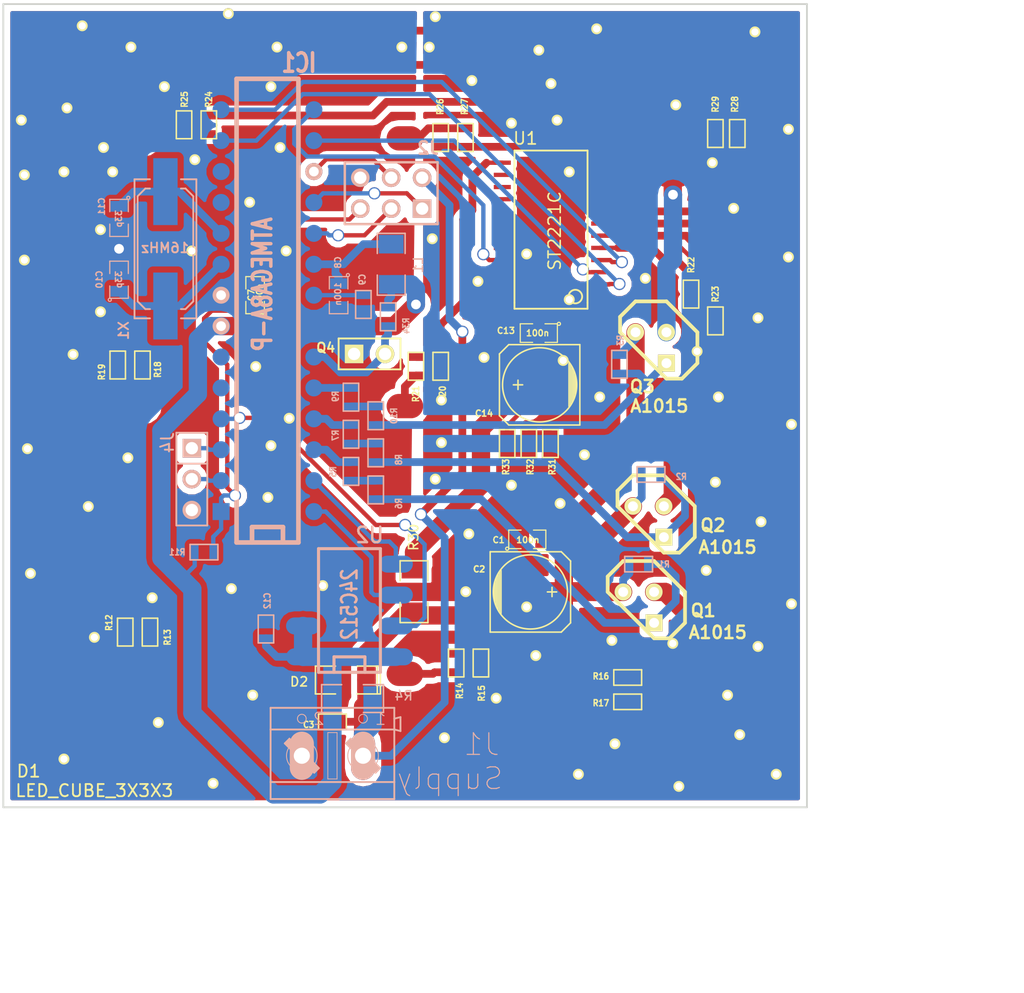
<source format=kicad_pcb>
(kicad_pcb (version 3) (host pcbnew "(2013-jul-07)-stable")
  (layers (15 F.Cu signal) (0 B.Cu signal) (18 B.Paste user) (19 F.Paste user) (20 B.SilkS user) (21 F.SilkS user) (22 B.Mask user) (23 F.Mask user) (28 Edge.Cuts user))
  (net 0 "")
  (net 1 +5V)
  (net 2 /A1C)
  (net 3 /A2C)
  (net 4 /A3C)
  (net 5 /ARef)
  (net 6 /AVcc)
  (net 7 /C1)
  (net 8 /C2)
  (net 9 /C3)
  (net 10 /C4)
  (net 11 /C5)
  (net 12 /C6)
  (net 13 /C7)
  (net 14 /C8)
  (net 15 /C9)
  (net 16 /uCVcc)
  (net 17 CLK)
  (net 18 GND)
  (net 19 "ISP MISO")
  (net 20 "ISP MOSI")
  (net 21 "ISP RST")
  (net 22 "ISP SCK")
  (net 23 LA)
  (net 24 LIGHT_SENS)
  (net 25 Lev_1)
  (net 26 Lev_2)
  (net 27 Lev_3)
  (net 28 N-000001)
  (net 29 N-0000010)
  (net 30 N-0000011)
  (net 31 N-000002)
  (net 32 N-0000021)
  (net 33 N-0000022)
  (net 34 N-0000023)
  (net 35 N-0000024)
  (net 36 N-0000025)
  (net 37 N-000006)
  (net 38 N-000007)
  (net 39 N-000009)
  (net 40 OE)
  (net 41 RxD)
  (net 42 SCL)
  (net 43 SDA)
  (net 44 SDI)
  (net 45 TxD)
  (net 46 Vert_1)
  (net 47 Vert_2)
  (net 48 Vert_3)
  (net 49 Vert_4)
  (net 50 Vert_5)
  (net 51 Vert_6)
  (net 52 Vert_7)
  (net 53 Vert_8)
  (net 54 Vert_9)
  (net 55 WP)
  (module TO92-123 (layer F.Cu) (at 235.712 108.204 270)
    (fp_text reference Q3 (at 3.196 0.712 360) (layer F.SilkS) (effects (font (size 1.016 1.016) (thickness 0.2032))))
    (fp_text value A1015 (at 4.796 -0.688 360) (layer F.SilkS) (effects (font (size 1.016 1.016) (thickness 0.2032))))
    (pad 3 thru_hole rect (at 1.27 -1.27 270) (size 1.397 1.397) (drill 0.8128) (layers *.Cu *.Mask F.SilkS) (net 39 N-000009))
    (pad 2 thru_hole circle (at -1.27 -1.27 270) (size 1.397 1.397) (drill 0.8128) (layers *.Cu *.Mask F.SilkS) (net 4 /A3C))
    (pad 1 thru_hole circle (at -1.27 1.27 270) (size 1.397 1.397) (drill 0.8128) (layers *.Cu *.Mask F.SilkS) (net 1 +5V))
  )
  (module TO92-123 (layer F.Cu) (at 235.5 122.5 270)
    (fp_text reference Q2 (at 0.3 -5.3 360) (layer F.SilkS) (effects (font (size 1.016 1.016) (thickness 0.2032))))
    (fp_text value A1015 (at 2.1 -6.5 360) (layer F.SilkS) (effects (font (size 1.016 1.016) (thickness 0.2032))))
    (pad 3 thru_hole rect (at 1.27 -1.27 270) (size 1.397 1.397) (drill 0.8128) (layers *.Cu *.Mask F.SilkS) (net 32 N-0000021))
    (pad 2 thru_hole circle (at -1.27 -1.27 270) (size 1.397 1.397) (drill 0.8128) (layers *.Cu *.Mask F.SilkS) (net 3 /A2C))
    (pad 1 thru_hole circle (at -1.27 1.27 270) (size 1.397 1.397) (drill 0.8128) (layers *.Cu *.Mask F.SilkS) (net 1 +5V))
  )
  (module TO92-123 (layer F.Cu) (at 234.696 129.54 270)
    (fp_text reference Q1 (at 0.26 -5.304 360) (layer F.SilkS) (effects (font (size 1.016 1.016) (thickness 0.2032))))
    (fp_text value A1015 (at 2.06 -6.504 360) (layer F.SilkS) (effects (font (size 1.016 1.016) (thickness 0.2032))))
    (pad 3 thru_hole rect (at 1.27 -1.27 270) (size 1.397 1.397) (drill 0.8128) (layers *.Cu *.Mask F.SilkS) (net 33 N-0000022))
    (pad 2 thru_hole circle (at -1.27 -1.27 270) (size 1.397 1.397) (drill 0.8128) (layers *.Cu *.Mask F.SilkS) (net 2 /A1C))
    (pad 1 thru_hole circle (at -1.27 1.27 270) (size 1.397 1.397) (drill 0.8128) (layers *.Cu *.Mask F.SilkS) (net 1 +5V))
  )
  (module SSOP24-1 (layer F.Cu) (at 227.5 98.5 90)
    (fp_text reference U1 (at 7.5 -2.1 180) (layer F.SilkS) (effects (font (size 1.00076 1.00076) (thickness 0.1397))))
    (fp_text value ST2221C (at -0.1 0.3 90) (layer F.SilkS) (effects (font (size 1.00076 1.00076) (thickness 0.12954))))
    (pad 1 smd rect (at -5.5 4 90) (size 0.35052 1.39954) (layers F.Cu F.Paste F.Mask) (net 18 GND))
    (pad 2 smd rect (at -4.5 4 90) (size 0.35052 1.39954) (layers F.Cu F.Paste F.Mask) (net 44 SDI))
    (pad 3 smd rect (at -3.5 4 90) (size 0.35052 1.39954) (layers F.Cu F.Paste F.Mask) (net 17 CLK))
    (pad 4 smd rect (at -2.5 4 90) (size 0.35052 1.39954) (layers F.Cu F.Paste F.Mask) (net 23 LA))
    (pad 5 smd rect (at -1.5 4 90) (size 0.35052 1.39954) (layers F.Cu F.Paste F.Mask) (net 51 Vert_6))
    (pad 6 smd rect (at -0.5 4 90) (size 0.35052 1.39954) (layers F.Cu F.Paste F.Mask) (net 48 Vert_3))
    (pad 7 smd rect (at 0.5 4 90) (size 0.35052 1.39954) (layers F.Cu F.Paste F.Mask) (net 47 Vert_2))
    (pad 8 smd rect (at 1.5 4 90) (size 0.35052 1.39954) (layers F.Cu F.Paste F.Mask) (net 54 Vert_9))
    (pad 9 smd rect (at 2.5 4 90) (size 0.35052 1.39954) (layers F.Cu F.Paste F.Mask) (net 46 Vert_1))
    (pad 10 smd rect (at 3.5 4 90) (size 0.35052 1.39954) (layers F.Cu F.Paste F.Mask) (net 49 Vert_4))
    (pad 11 smd rect (at 4.5 4 90) (size 0.35052 1.39954) (layers F.Cu F.Paste F.Mask) (net 52 Vert_7))
    (pad 12 smd rect (at 5.5 4 90) (size 0.35052 1.39954) (layers F.Cu F.Paste F.Mask) (net 53 Vert_8))
    (pad 13 smd rect (at 5.5 -4 90) (size 0.35052 1.39954) (layers F.Cu F.Paste F.Mask) (net 50 Vert_5))
    (pad 14 smd rect (at 4.5 -4 90) (size 0.35052 1.39954) (layers F.Cu F.Paste F.Mask))
    (pad 15 smd rect (at 3.5 -4 90) (size 0.35052 1.39954) (layers F.Cu F.Paste F.Mask))
    (pad 16 smd rect (at 2.5 -4 90) (size 0.35052 1.39954) (layers F.Cu F.Paste F.Mask))
    (pad 17 smd rect (at 1.5 -4 90) (size 0.35052 1.39954) (layers F.Cu F.Paste F.Mask))
    (pad 18 smd rect (at 0.5 -4 90) (size 0.35052 1.39954) (layers F.Cu F.Paste F.Mask))
    (pad 19 smd rect (at -0.5 -4 90) (size 0.35052 1.39954) (layers F.Cu F.Paste F.Mask))
    (pad 20 smd rect (at -1.5 -4 90) (size 0.35052 1.39954) (layers F.Cu F.Paste F.Mask))
    (pad 21 smd rect (at -2.5 -4 90) (size 0.35052 1.39954) (layers F.Cu F.Paste F.Mask) (net 40 OE))
    (pad 22 smd rect (at -3.5 -4 90) (size 0.35052 1.39954) (layers F.Cu F.Paste F.Mask))
    (pad 23 smd rect (at -4.5 -4 90) (size 0.35052 1.39954) (layers F.Cu F.Paste F.Mask) (net 37 N-000006))
    (pad 24 smd rect (at -5.5 -4 90) (size 0.35052 1.39954) (layers F.Cu F.Paste F.Mask) (net 31 N-000002))
  )
  (module SM1206POL2 (layer F.Cu) (at 210.693 135.509 180)
    (fp_text reference D2 (at 3.88 -0.142 180) (layer F.SilkS) (effects (font (size 0.762 0.762) (thickness 0.127))))
    (fp_text value 5v1 hide)
    (pad 2 smd rect (at -1.651 0 180) (size 1.524 2.032) (layers F.Cu F.Paste F.Mask) (net 1 +5V))
    (pad 1 smd rect (at 1.651 0 180) (size 1.524 2.032) (layers F.Cu F.Paste F.Mask) (net 18 GND))
  )
  (module SM1206 (layer F.Cu) (at 216.25 128.25 90)
    (fp_text reference R30 (at 4.47 -0.036 90) (layer F.SilkS) (effects (font (size 0.762 0.762) (thickness 0.127))))
    (fp_text value 20R hide)
    (pad 1 smd rect (at -1.651 0 90) (size 1.524 2.032) (layers F.Cu F.Paste F.Mask) (net 1 +5V))
    (pad 2 smd rect (at 1.651 0 90) (size 1.524 2.032) (drill (offset 0.2 0)) (layers F.Cu F.Paste F.Mask) (net 31 N-000002))
  )
  (module SM1206 (layer B.Cu) (at 214.376 101.346 90)
    (fp_text reference L1 (at -0.054 2.224 90) (layer B.SilkS) (effects (font (size 0.762 0.762) (thickness 0.127)) (justify mirror)))
    (fp_text value 15uH hide)
    (pad 1 smd rect (at -1.651 0 90) (size 1.524 2.032) (layers B.Cu B.Paste B.Mask) (net 16 /uCVcc))
    (pad 2 smd rect (at 1.651 0 90) (size 1.524 2.032) (layers B.Cu B.Paste B.Mask) (net 6 /AVcc))
  )
  (module SM1206 (layer B.Cu) (at 211.201 137.033 180)
    (fp_text reference R4 (at -4.199 0.233 180) (layer B.SilkS) (effects (font (size 0.762 0.762) (thickness 0.127)) (justify mirror)))
    (fp_text value 20R hide)
    (pad 1 smd rect (at -1.651 0 180) (size 1.524 2.032) (layers B.Cu B.Paste B.Mask) (net 1 +5V))
    (pad 2 smd rect (at 1.651 0 180) (size 1.524 2.032) (layers B.Cu B.Paste B.Mask) (net 16 /uCVcc))
  )
  (module SM0805 (layer B.Cu) (at 192.024 97.536 270)
    (fp_text reference C11 (at -0.936 1.424 270) (layer B.SilkS) (effects (font (size 0.50038 0.50038) (thickness 0.10922)) (justify mirror)))
    (fp_text value 33p (at 0.064 0.024 270) (layer B.SilkS) (effects (font (size 0.50038 0.50038) (thickness 0.10922)) (justify mirror)))
    (pad 1 smd rect (at -0.9525 0 270) (size 0.889 1.397) (layers B.Cu B.Paste B.Mask) (net 28 N-000001))
    (pad 2 smd rect (at 0.9525 0 270) (size 0.889 1.397) (layers B.Cu B.Paste B.Mask) (net 18 GND))
  )
  (module SM0805 (layer B.Cu) (at 192.024 102.616 90)
    (fp_text reference C10 (at 0.016 -1.624 90) (layer B.SilkS) (effects (font (size 0.50038 0.50038) (thickness 0.10922)) (justify mirror)))
    (fp_text value 33p (at 0.016 -0.024 90) (layer B.SilkS) (effects (font (size 0.50038 0.50038) (thickness 0.10922)) (justify mirror)))
    (pad 1 smd rect (at -0.9525 0 90) (size 0.889 1.397) (layers B.Cu B.Paste B.Mask) (net 38 N-000007))
    (pad 2 smd rect (at 0.9525 0 90) (size 0.889 1.397) (layers B.Cu B.Paste B.Mask) (net 18 GND))
  )
  (module SM0603 (layer B.Cu) (at 233.119 109.5665 90)
    (fp_text reference R3 (at 1.9665 0.081 90) (layer B.SilkS) (effects (font (size 0.508 0.4572) (thickness 0.1143)) (justify mirror)))
    (fp_text value 10k hide)
    (pad 1 smd rect (at -0.762 0 90) (size 0.635 1.143) (layers B.Cu B.Paste B.Mask) (net 39 N-000009))
    (pad 2 smd rect (at 0.762 0 90) (size 0.635 1.143) (layers B.Cu B.Paste B.Mask) (net 1 +5V))
  )
  (module SM0603 (layer F.Cu) (at 223.901 116.078 90)
    (fp_text reference R33 (at -1.922 -0.101 90) (layer F.SilkS) (effects (font (size 0.508 0.4572) (thickness 0.1143))))
    (fp_text value 100R hide)
    (pad 1 smd rect (at -0.762 0 90) (size 0.635 1.143) (layers F.Cu F.Paste F.Mask) (net 29 N-0000010))
    (pad 2 smd rect (at 0.762 0 90) (size 0.635 1.143) (layers F.Cu F.Paste F.Mask) (net 37 N-000006))
  )
  (module SM0603 (layer F.Cu) (at 225.679 116.078 90)
    (fp_text reference R32 (at -1.922 0.121 90) (layer F.SilkS) (effects (font (size 0.508 0.4572) (thickness 0.1143))))
    (fp_text value 100R hide)
    (pad 1 smd rect (at -0.762 0 90) (size 0.635 1.143) (layers F.Cu F.Paste F.Mask) (net 29 N-0000010))
    (pad 2 smd rect (at 0.762 0 90) (size 0.635 1.143) (layers F.Cu F.Paste F.Mask) (net 30 N-0000011))
  )
  (module SM0603 (layer F.Cu) (at 227.457 116.078 90)
    (fp_text reference R31 (at -1.922 0.143 90) (layer F.SilkS) (effects (font (size 0.508 0.4572) (thickness 0.1143))))
    (fp_text value 1k1 hide)
    (pad 1 smd rect (at -0.762 0 90) (size 0.635 1.143) (layers F.Cu F.Paste F.Mask) (net 18 GND))
    (pad 2 smd rect (at 0.762 0 90) (size 0.635 1.143) (layers F.Cu F.Paste F.Mask) (net 30 N-0000011))
  )
  (module SM0603 (layer B.Cu) (at 235.712 118.618 180)
    (fp_text reference R2 (at -2.488 -0.182 180) (layer B.SilkS) (effects (font (size 0.508 0.4572) (thickness 0.1143)) (justify mirror)))
    (fp_text value 10k hide)
    (pad 1 smd rect (at -0.762 0 180) (size 0.635 1.143) (layers B.Cu B.Paste B.Mask) (net 32 N-0000021))
    (pad 2 smd rect (at 0.762 0 180) (size 0.635 1.143) (layers B.Cu B.Paste B.Mask) (net 1 +5V))
  )
  (module SM0603 (layer B.Cu) (at 211.074 112.268 270)
    (fp_text reference R9 (at -0.068 1.274 270) (layer B.SilkS) (effects (font (size 0.508 0.4572) (thickness 0.1143)) (justify mirror)))
    (fp_text value 230R hide)
    (pad 1 smd rect (at -0.762 0 270) (size 0.635 1.143) (layers B.Cu B.Paste B.Mask) (net 27 Lev_3))
    (pad 2 smd rect (at 0.762 0 270) (size 0.635 1.143) (layers B.Cu B.Paste B.Mask) (net 36 N-0000025))
  )
  (module SM0603 (layer B.Cu) (at 212.09 104.648 270)
    (fp_text reference C9 (at -2.048 0.09 270) (layer B.SilkS) (effects (font (size 0.508 0.4572) (thickness 0.1143)) (justify mirror)))
    (fp_text value 100n hide)
    (pad 1 smd rect (at -0.762 0 270) (size 0.635 1.143) (layers B.Cu B.Paste B.Mask) (net 5 /ARef))
    (pad 2 smd rect (at 0.762 0 270) (size 0.635 1.143) (layers B.Cu B.Paste B.Mask) (net 18 GND))
  )
  (module SM0603 (layer B.Cu) (at 211.074 115.316 270)
    (fp_text reference R7 (at 0.084 1.274 270) (layer B.SilkS) (effects (font (size 0.508 0.4572) (thickness 0.1143)) (justify mirror)))
    (fp_text value 230R hide)
    (pad 1 smd rect (at -0.762 0 270) (size 0.635 1.143) (layers B.Cu B.Paste B.Mask) (net 26 Lev_2))
    (pad 2 smd rect (at 0.762 0 270) (size 0.635 1.143) (layers B.Cu B.Paste B.Mask) (net 35 N-0000024))
  )
  (module SM0603 (layer F.Cu) (at 221.742 134.112 270)
    (fp_text reference R15 (at 2.488 -0.058 270) (layer F.SilkS) (effects (font (size 0.508 0.4572) (thickness 0.1143))))
    (fp_text value 100R hide)
    (pad 1 smd rect (at -0.762 0 270) (size 0.635 1.143) (layers F.Cu F.Paste F.Mask) (net 47 Vert_2))
    (pad 2 smd rect (at 0.762 0 270) (size 0.635 1.143) (layers F.Cu F.Paste F.Mask) (net 8 /C2))
  )
  (module SM0603 (layer B.Cu) (at 213.106 116.84 90)
    (fp_text reference R8 (at -0.56 1.894 90) (layer B.SilkS) (effects (font (size 0.508 0.4572) (thickness 0.1143)) (justify mirror)))
    (fp_text value 0R hide)
    (pad 1 smd rect (at -0.762 0 90) (size 0.635 1.143) (layers B.Cu B.Paste B.Mask) (net 32 N-0000021))
    (pad 2 smd rect (at 0.762 0 90) (size 0.635 1.143) (layers B.Cu B.Paste B.Mask) (net 35 N-0000024))
  )
  (module SM0603 (layer B.Cu) (at 213.106 113.792 90)
    (fp_text reference R10 (at -0.008 1.494 90) (layer B.SilkS) (effects (font (size 0.508 0.4572) (thickness 0.1143)) (justify mirror)))
    (fp_text value 0R hide)
    (pad 1 smd rect (at -0.762 0 90) (size 0.635 1.143) (layers B.Cu B.Paste B.Mask) (net 39 N-000009))
    (pad 2 smd rect (at 0.762 0 90) (size 0.635 1.143) (layers B.Cu B.Paste B.Mask) (net 36 N-0000025))
  )
  (module SM0603 (layer B.Cu) (at 204.089 131.318 90)
    (fp_text reference C12 (at 2.318 0.111 90) (layer B.SilkS) (effects (font (size 0.508 0.4572) (thickness 0.1143)) (justify mirror)))
    (fp_text value 100n hide)
    (pad 1 smd rect (at -0.762 0 90) (size 0.635 1.143) (layers B.Cu B.Paste B.Mask) (net 16 /uCVcc))
    (pad 2 smd rect (at 0.762 0 90) (size 0.635 1.143) (layers B.Cu B.Paste B.Mask) (net 18 GND))
  )
  (module SM0603 (layer B.Cu) (at 199 125 180)
    (fp_text reference R11 (at 2.2 0 180) (layer B.SilkS) (effects (font (size 0.508 0.4572) (thickness 0.1143)) (justify mirror)))
    (fp_text value 10k hide)
    (pad 1 smd rect (at -0.762 0 180) (size 0.635 1.143) (layers B.Cu B.Paste B.Mask) (net 21 "ISP RST"))
    (pad 2 smd rect (at 0.762 0 180) (size 0.635 1.143) (layers B.Cu B.Paste B.Mask) (net 16 /uCVcc))
  )
  (module SM0603 (layer B.Cu) (at 214.122 105.664 90)
    (fp_text reference R34 (at -0.736 1.478 90) (layer B.SilkS) (effects (font (size 0.508 0.4572) (thickness 0.1143)) (justify mirror)))
    (fp_text value 2k hide)
    (pad 1 smd rect (at -0.762 0 90) (size 0.635 1.143) (layers B.Cu B.Paste B.Mask) (net 24 LIGHT_SENS))
    (pad 2 smd rect (at 0.762 0 90) (size 0.635 1.143) (layers B.Cu B.Paste B.Mask) (net 16 /uCVcc))
  )
  (module SM0603 (layer F.Cu) (at 209.55 138.938)
    (fp_text reference C3 (at -1.95 0.24) (layer F.SilkS) (effects (font (size 0.508 0.4572) (thickness 0.1143))))
    (fp_text value 100n hide)
    (pad 1 smd rect (at -0.762 0) (size 0.635 1.143) (layers F.Cu F.Paste F.Mask) (net 18 GND))
    (pad 2 smd rect (at 0.762 0) (size 0.635 1.143) (layers F.Cu F.Paste F.Mask) (net 1 +5V))
  )
  (module SM0603 (layer F.Cu) (at 219.71 134.112 270)
    (fp_text reference R14 (at 2.288 -0.29 270) (layer F.SilkS) (effects (font (size 0.508 0.4572) (thickness 0.1143))))
    (fp_text value NF hide)
    (pad 1 smd rect (at -0.762 0 270) (size 0.635 1.143) (layers F.Cu F.Paste F.Mask) (net 47 Vert_2))
    (pad 2 smd rect (at 0.762 0 270) (size 0.635 1.143) (layers F.Cu F.Paste F.Mask) (net 8 /C2))
  )
  (module SM0603 (layer F.Cu) (at 192.532 131.572 270)
    (fp_text reference R12 (at -0.772 1.332 270) (layer F.SilkS) (effects (font (size 0.508 0.4572) (thickness 0.1143))))
    (fp_text value NF hide)
    (pad 1 smd rect (at -0.762 0 270) (size 0.635 1.143) (layers F.Cu F.Paste F.Mask) (net 46 Vert_1))
    (pad 2 smd rect (at 0.762 0 270) (size 0.635 1.143) (layers F.Cu F.Paste F.Mask) (net 7 /C1))
  )
  (module SM0603 (layer F.Cu) (at 191.916 109.624 270)
    (fp_text reference R19 (at 0.576 1.316 270) (layer F.SilkS) (effects (font (size 0.508 0.4572) (thickness 0.1143))))
    (fp_text value 100R hide)
    (pad 1 smd rect (at -0.762 0 270) (size 0.635 1.143) (layers F.Cu F.Paste F.Mask) (net 49 Vert_4))
    (pad 2 smd rect (at 0.762 0 270) (size 0.635 1.143) (layers F.Cu F.Paste F.Mask) (net 10 /C4))
  )
  (module SM0603 (layer F.Cu) (at 233.8 137.3)
    (fp_text reference R17 (at -2.2 0.1) (layer F.SilkS) (effects (font (size 0.508 0.4572) (thickness 0.1143))))
    (fp_text value 100R hide)
    (pad 1 smd rect (at -0.762 0) (size 0.635 1.143) (layers F.Cu F.Paste F.Mask) (net 48 Vert_3))
    (pad 2 smd rect (at 0.762 0) (size 0.635 1.143) (layers F.Cu F.Paste F.Mask) (net 9 /C3))
  )
  (module SM0603 (layer F.Cu) (at 193.948 109.624 270)
    (fp_text reference R18 (at 0.376 -1.252 270) (layer F.SilkS) (effects (font (size 0.508 0.4572) (thickness 0.1143))))
    (fp_text value NF hide)
    (pad 1 smd rect (at -0.762 0 270) (size 0.635 1.143) (layers F.Cu F.Paste F.Mask) (net 49 Vert_4))
    (pad 2 smd rect (at 0.762 0 270) (size 0.635 1.143) (layers F.Cu F.Paste F.Mask) (net 10 /C4))
  )
  (module SM0603 (layer F.Cu) (at 233.8 135.3)
    (fp_text reference R16 (at -2.2 -0.1) (layer F.SilkS) (effects (font (size 0.508 0.4572) (thickness 0.1143))))
    (fp_text value NF hide)
    (pad 1 smd rect (at -0.762 0) (size 0.635 1.143) (layers F.Cu F.Paste F.Mask) (net 48 Vert_3))
    (pad 2 smd rect (at 0.762 0) (size 0.635 1.143) (layers F.Cu F.Paste F.Mask) (net 9 /C3))
  )
  (module SM0603 (layer F.Cu) (at 194.564 131.572 270)
    (fp_text reference R13 (at 0.428 -1.436 270) (layer F.SilkS) (effects (font (size 0.508 0.4572) (thickness 0.1143))))
    (fp_text value 100R hide)
    (pad 1 smd rect (at -0.762 0 270) (size 0.635 1.143) (layers F.Cu F.Paste F.Mask) (net 46 Vert_1))
    (pad 2 smd rect (at 0.762 0 270) (size 0.635 1.143) (layers F.Cu F.Paste F.Mask) (net 7 /C1))
  )
  (module SM0603 (layer F.Cu) (at 241 106 270)
    (fp_text reference R23 (at -2.2 0 270) (layer F.SilkS) (effects (font (size 0.508 0.4572) (thickness 0.1143))))
    (fp_text value 100R hide)
    (pad 1 smd rect (at -0.762 0 270) (size 0.635 1.143) (layers F.Cu F.Paste F.Mask) (net 51 Vert_6))
    (pad 2 smd rect (at 0.762 0 270) (size 0.635 1.143) (layers F.Cu F.Paste F.Mask) (net 12 /C6))
  )
  (module SM0603 (layer F.Cu) (at 216.408 109.728 270)
    (fp_text reference R21 (at 2.272 0.008 270) (layer F.SilkS) (effects (font (size 0.508 0.4572) (thickness 0.1143))))
    (fp_text value 100R hide)
    (pad 1 smd rect (at -0.762 0 270) (size 0.635 1.143) (layers F.Cu F.Paste F.Mask) (net 50 Vert_5))
    (pad 2 smd rect (at 0.762 0 270) (size 0.635 1.143) (layers F.Cu F.Paste F.Mask) (net 11 /C5))
  )
  (module SM0603 (layer F.Cu) (at 239 103.8 270)
    (fp_text reference R22 (at -2.4 0 270) (layer F.SilkS) (effects (font (size 0.508 0.4572) (thickness 0.1143))))
    (fp_text value NF hide)
    (pad 1 smd rect (at -0.762 0 270) (size 0.635 1.143) (layers F.Cu F.Paste F.Mask) (net 51 Vert_6))
    (pad 2 smd rect (at 0.762 0 270) (size 0.635 1.143) (layers F.Cu F.Paste F.Mask) (net 12 /C6))
  )
  (module SM0603 (layer F.Cu) (at 218.44 109.728 270)
    (fp_text reference R20 (at 2.272 -0.16 270) (layer F.SilkS) (effects (font (size 0.508 0.4572) (thickness 0.1143))))
    (fp_text value NF hide)
    (pad 1 smd rect (at -0.762 0 270) (size 0.635 1.143) (layers F.Cu F.Paste F.Mask) (net 50 Vert_5))
    (pad 2 smd rect (at 0.762 0 270) (size 0.635 1.143) (layers F.Cu F.Paste F.Mask) (net 11 /C5))
  )
  (module SM0603 (layer F.Cu) (at 197.364 89.884 270)
    (fp_text reference R25 (at -2.084 -0.036 270) (layer F.SilkS) (effects (font (size 0.508 0.4572) (thickness 0.1143))))
    (fp_text value 100R hide)
    (pad 1 smd rect (at -0.762 0 270) (size 0.635 1.143) (layers F.Cu F.Paste F.Mask) (net 52 Vert_7))
    (pad 2 smd rect (at 0.762 0 270) (size 0.635 1.143) (layers F.Cu F.Paste F.Mask) (net 13 /C7))
  )
  (module SM0603 (layer F.Cu) (at 220.472 90.932 90)
    (fp_text reference R27 (at 2.532 -0.072 90) (layer F.SilkS) (effects (font (size 0.508 0.4572) (thickness 0.1143))))
    (fp_text value 100R hide)
    (pad 1 smd rect (at -0.762 0 90) (size 0.635 1.143) (layers F.Cu F.Paste F.Mask) (net 53 Vert_8))
    (pad 2 smd rect (at 0.762 0 90) (size 0.635 1.143) (layers F.Cu F.Paste F.Mask) (net 14 /C8))
  )
  (module SM0603 (layer F.Cu) (at 218.44 90.932 90)
    (fp_text reference R26 (at 2.532 -0.04 90) (layer F.SilkS) (effects (font (size 0.508 0.4572) (thickness 0.1143))))
    (fp_text value NF hide)
    (pad 1 smd rect (at -0.762 0 90) (size 0.635 1.143) (layers F.Cu F.Paste F.Mask) (net 53 Vert_8))
    (pad 2 smd rect (at 0.762 0 90) (size 0.635 1.143) (layers F.Cu F.Paste F.Mask) (net 14 /C8))
  )
  (module SM0603 (layer F.Cu) (at 199.396 89.884 270)
    (fp_text reference R24 (at -2.084 -0.004 270) (layer F.SilkS) (effects (font (size 0.508 0.4572) (thickness 0.1143))))
    (fp_text value NF hide)
    (pad 1 smd rect (at -0.762 0 270) (size 0.635 1.143) (layers F.Cu F.Paste F.Mask) (net 52 Vert_7))
    (pad 2 smd rect (at 0.762 0 270) (size 0.635 1.143) (layers F.Cu F.Paste F.Mask) (net 13 /C7))
  )
  (module SM0603 (layer F.Cu) (at 241 90.6 270)
    (fp_text reference R29 (at -2.4 0 270) (layer F.SilkS) (effects (font (size 0.508 0.4572) (thickness 0.1143))))
    (fp_text value 100R hide)
    (pad 1 smd rect (at -0.762 0 270) (size 0.635 1.143) (layers F.Cu F.Paste F.Mask) (net 54 Vert_9))
    (pad 2 smd rect (at 0.762 0 270) (size 0.635 1.143) (layers F.Cu F.Paste F.Mask) (net 15 /C9))
  )
  (module SM0603 (layer F.Cu) (at 242.8 90.6 270)
    (fp_text reference R28 (at -2.4 0.2 270) (layer F.SilkS) (effects (font (size 0.508 0.4572) (thickness 0.1143))))
    (fp_text value NF hide)
    (pad 1 smd rect (at -0.762 0 270) (size 0.635 1.143) (layers F.Cu F.Paste F.Mask) (net 54 Vert_9))
    (pad 2 smd rect (at 0.762 0 270) (size 0.635 1.143) (layers F.Cu F.Paste F.Mask) (net 15 /C9))
  )
  (module SM0603 (layer B.Cu) (at 234.696 125.984 180)
    (fp_text reference R1 (at -2.104 -0.016 180) (layer B.SilkS) (effects (font (size 0.508 0.4572) (thickness 0.1143)) (justify mirror)))
    (fp_text value 10k hide)
    (pad 1 smd rect (at -0.762 0 180) (size 0.635 1.143) (layers B.Cu B.Paste B.Mask) (net 33 N-0000022))
    (pad 2 smd rect (at 0.762 0 180) (size 0.635 1.143) (layers B.Cu B.Paste B.Mask) (net 1 +5V))
  )
  (module SM0603 (layer B.Cu) (at 211.074 118.364 270)
    (fp_text reference R5 (at 0.036 1.474 270) (layer B.SilkS) (effects (font (size 0.508 0.4572) (thickness 0.1143)) (justify mirror)))
    (fp_text value 230R hide)
    (pad 1 smd rect (at -0.762 0 270) (size 0.635 1.143) (layers B.Cu B.Paste B.Mask) (net 25 Lev_1))
    (pad 2 smd rect (at 0.762 0 270) (size 0.635 1.143) (layers B.Cu B.Paste B.Mask) (net 34 N-0000023))
  )
  (module SM0603 (layer B.Cu) (at 213.106 119.888 90)
    (fp_text reference R6 (at -1.112 1.894 90) (layer B.SilkS) (effects (font (size 0.508 0.4572) (thickness 0.1143)) (justify mirror)))
    (fp_text value 0R hide)
    (pad 1 smd rect (at -0.762 0 90) (size 0.635 1.143) (layers B.Cu B.Paste B.Mask) (net 33 N-0000022))
    (pad 2 smd rect (at 0.762 0 90) (size 0.635 1.143) (layers B.Cu B.Paste B.Mask) (net 34 N-0000023))
  )
  (module Q_49U3HMS (layer B.Cu) (at 195.834 100.076 270)
    (fp_text reference X1 (at 6.724 3.434 270) (layer B.SilkS) (effects (font (size 0.8 0.8)) (justify mirror)))
    (fp_text value 16MHz (at -0.076 0.034 360) (layer B.SilkS) (effects (font (size 0.8 0.8)) (justify mirror)))
    (pad 1 smd rect (at -4.699 0 270) (size 5.4991 1.99898) (layers B.Cu B.Paste B.Mask) (net 28 N-000001))
    (pad 2 smd rect (at 4.699 0 270) (size 5.4991 1.99898) (layers B.Cu B.Paste B.Mask) (net 38 N-000007))
  )
  (module pin_array_3x2 (layer B.Cu) (at 214.376 95.504 180)
    (fp_text reference J2 (at -3.024 3.704 180) (layer B.SilkS) (effects (font (size 1.016 1.016) (thickness 0.2032)) (justify mirror)))
    (fp_text value ISP hide)
    (pad 1 thru_hole rect (at -2.54 -1.27 180) (size 1.524 1.524) (drill 1.016) (layers *.Cu *.Mask B.SilkS) (net 19 "ISP MISO"))
    (pad 2 thru_hole circle (at -2.54 1.27 180) (size 1.524 1.524) (drill 1.016) (layers *.Cu *.Mask B.SilkS) (net 1 +5V))
    (pad 3 thru_hole circle (at 0 -1.27 180) (size 1.524 1.524) (drill 1.016) (layers *.Cu *.Mask B.SilkS) (net 22 "ISP SCK"))
    (pad 4 thru_hole circle (at 0 1.27 180) (size 1.524 1.524) (drill 1.016) (layers *.Cu *.Mask B.SilkS) (net 20 "ISP MOSI"))
    (pad 5 thru_hole circle (at 2.54 -1.27 180) (size 1.524 1.524) (drill 1.016) (layers *.Cu *.Mask B.SilkS) (net 21 "ISP RST"))
    (pad 6 thru_hole circle (at 2.54 1.27 180) (size 1.524 1.524) (drill 1.016) (layers *.Cu *.Mask B.SilkS) (net 18 GND))
  )
  (module PIN_ARRAY_3X1 (layer B.Cu) (at 198 119 270)
    (fp_text reference J4 (at -3 2 270) (layer B.SilkS) (effects (font (size 1.016 1.016) (thickness 0.1524)) (justify mirror)))
    (fp_text value UART hide)
    (pad 1 thru_hole rect (at -2.54 0 270) (size 1.524 1.524) (drill 1.016) (layers *.Cu *.Mask B.SilkS) (net 45 TxD))
    (pad 2 thru_hole circle (at 0 0 270) (size 1.524 1.524) (drill 1.016) (layers *.Cu *.Mask B.SilkS) (net 41 RxD))
    (pad 3 thru_hole circle (at 2.54 0 270) (size 1.524 1.524) (drill 1.016) (layers *.Cu *.Mask B.SilkS) (net 18 GND))
  )
  (module PIN_ARRAY_2X1 (layer F.Cu) (at 212.598 108.712)
    (fp_text reference Q4 (at -3.598 -0.512) (layer F.SilkS) (effects (font (size 0.762 0.762) (thickness 0.1524))))
    (fp_text value SFH320 hide)
    (pad 1 thru_hole rect (at -1.27 0) (size 1.524 1.524) (drill 1.016) (layers *.Cu *.Mask F.SilkS) (net 18 GND))
    (pad 2 thru_hole circle (at 1.27 0) (size 1.524 1.524) (drill 1.016) (layers *.Cu *.Mask F.SilkS) (net 24 LIGHT_SENS))
  )
  (module DIP-8__300_SMD (layer B.Cu) (at 210.947 129.794 90)
    (fp_text reference U2 (at 6.194 1.653 360) (layer B.SilkS) (effects (font (size 1.27 1.143) (thickness 0.2032)) (justify mirror)))
    (fp_text value 24C512 (at 0.5 0 90) (layer B.SilkS) (effects (font (size 1.27 1.016) (thickness 0.2032)) (justify mirror)))
    (pad 1 smd oval (at -3.81 -3.81 90) (size 1.397 2.794) (layers B.Cu B.Paste B.Mask) (net 16 /uCVcc))
    (pad 2 smd oval (at -1.27 -3.81 90) (size 1.397 2.794) (layers B.Cu B.Paste B.Mask) (net 16 /uCVcc))
    (pad 3 smd oval (at 1.27 -3.81 90) (size 1.397 2.794) (layers B.Cu B.Paste B.Mask) (net 18 GND))
    (pad 4 smd oval (at 3.81 -3.81 90) (size 1.397 2.794) (layers B.Cu B.Paste B.Mask) (net 18 GND))
    (pad 5 smd oval (at 3.81 3.81 90) (size 1.397 2.794) (layers B.Cu B.Paste B.Mask) (net 43 SDA))
    (pad 6 smd oval (at 1.27 3.81 90) (size 1.397 2.794) (layers B.Cu B.Paste B.Mask) (net 42 SCL))
    (pad 7 smd oval (at -1.27 3.81 90) (size 1.397 2.794) (layers B.Cu B.Paste B.Mask) (net 55 WP))
    (pad 8 smd oval (at -3.81 3.81 90) (size 1.397 2.794) (layers B.Cu B.Paste B.Mask) (net 16 /uCVcc))
  )
  (module con-ptr500+-AK500/2 (layer B.Cu) (at 209.55 141.732 180)
    (fp_text reference J1 (at -12.25 0.932 180) (layer B.SilkS) (effects (font (size 1.778 1.778) (thickness 0.0889)) (justify mirror)))
    (fp_text value Supply (at -9.65 -1.868 180) (layer B.SilkS) (effects (font (size 1.778 1.778) (thickness 0.0889)) (justify mirror)))
    (fp_text user 1 (at -3.9497 3.0353 180) (layer B.SilkS) (effects (font (size 0.9906 0.9906) (thickness 0.0889)) (justify mirror)))
    (fp_text user 2 (at 1.1303 3.0353 180) (layer B.SilkS) (effects (font (size 0.9906 0.9906) (thickness 0.0889)) (justify mirror)))
    (pad 1 thru_hole oval (at -2.5146 0 180) (size 1.9812 3.9624) (drill 1.3208) (layers *.Cu B.Paste B.SilkS B.Mask) (net 1 +5V))
    (pad 2 thru_hole oval (at 2.5146 0 180) (size 1.9812 3.9624) (drill 1.3208) (layers *.Cu B.Paste B.SilkS B.Mask) (net 18 GND))
  )
  (module c_elec_6.3x5.3 (layer F.Cu) (at 226.568 111.252 180)
    (fp_text reference C14 (at 4.568 -2.348 180) (layer F.SilkS) (effects (font (size 0.50038 0.50038) (thickness 0.11938))))
    (fp_text value 10u hide)
    (pad 1 smd rect (at 2.75082 0 180) (size 3.59918 1.6002) (layers F.Cu F.Paste F.Mask) (net 31 N-000002))
    (pad 2 smd rect (at -2.75082 0 180) (size 3.59918 1.6002) (layers F.Cu F.Paste F.Mask) (net 18 GND))
  )
  (module c_elec_6.3x5.3 (layer F.Cu) (at 225.806 128.27)
    (fp_text reference C2 (at -4.206 -1.87) (layer F.SilkS) (effects (font (size 0.50038 0.50038) (thickness 0.11938))))
    (fp_text value 10u hide)
    (pad 1 smd rect (at 2.75082 0) (size 3.59918 1.6002) (layers F.Cu F.Paste F.Mask) (net 1 +5V))
    (pad 2 smd rect (at -2.75082 0) (size 3.59918 1.6002) (layers F.Cu F.Paste F.Mask) (net 18 GND))
  )
  (module LED_CUBE_3x3x3_22mm_SMD (layer F.Cu) (at 193.5 135)
    (fp_text reference D1 (at -8.9 8) (layer F.SilkS))
    (fp_text value LED_CUBE_3X3X3 (at -3.5 9.6) (layer F.SilkS))
    (pad 1 smd oval (at 0 0) (size 3 2) (layers F.Cu F.Paste F.Mask) (net 7 /C1))
    (pad 2 smd oval (at 22 0) (size 3 2) (layers F.Cu F.Paste F.Mask) (net 8 /C2))
    (pad 3 smd oval (at 44 0) (size 3 2) (layers F.Cu F.Paste F.Mask) (net 9 /C3))
    (pad 4 smd oval (at 0 -22) (size 3 2) (layers F.Cu F.Paste F.Mask) (net 10 /C4))
    (pad 5 smd oval (at 22 -22) (size 3 2) (layers F.Cu F.Paste F.Mask) (net 11 /C5))
    (pad 6 smd oval (at 44 -22) (size 3 2) (layers F.Cu F.Paste F.Mask) (net 12 /C6))
    (pad 7 smd oval (at 0 -44) (size 3 2) (layers F.Cu F.Paste F.Mask) (net 13 /C7))
    (pad 8 smd oval (at 22 -44) (size 3 2) (layers F.Cu F.Paste F.Mask) (net 14 /C8))
    (pad 9 smd oval (at 44 -44) (size 3 2) (layers F.Cu F.Paste F.Mask) (net 15 /C9))
    (pad 12 smd oval (at 44 -41) (size 3 2) (layers F.Cu F.Paste F.Mask) (net 4 /A3C))
    (pad 11 smd oval (at 44 -19) (size 3 2) (layers F.Cu F.Paste F.Mask) (net 3 /A2C))
    (pad 10 smd oval (at 44 3) (size 3 2) (layers F.Cu F.Paste F.Mask) (net 2 /A1C))
  )
  (module DIP-28__300_SMD (layer B.Cu) (at 204.216 105.156 90)
    (fp_text reference IC1 (at 20.356 2.584 180) (layer B.SilkS) (effects (font (size 1.524 1.143) (thickness 0.3048)) (justify mirror)))
    (fp_text value ATMEGA8A-P (at 2.156 -0.416 90) (layer B.SilkS) (effects (font (size 1.524 1.143) (thickness 0.3048)) (justify mirror)))
    (pad 2 smd circle (at -13.97 -3.81 90) (size 1.397 1.397) (layers B.Cu B.Paste B.Mask) (net 41 RxD))
    (pad 3 smd circle (at -11.43 -3.81 90) (size 1.397 1.397) (layers B.Cu B.Paste B.Mask) (net 45 TxD))
    (pad 4 smd circle (at -8.89 -3.81 90) (size 1.397 1.397) (layers B.Cu B.Paste B.Mask) (net 55 WP))
    (pad 5 smd circle (at -6.35 -3.81 90) (size 1.397 1.397) (layers B.Cu B.Paste B.Mask))
    (pad 6 smd circle (at -3.81 -3.81 90) (size 1.397 1.397) (layers B.Cu B.Paste B.Mask))
    (pad 7 thru_hole circle (at -1.27 -3.81 90) (size 1.397 1.397) (drill 0.8) (layers *.Cu *.Mask B.SilkS) (net 16 /uCVcc))
    (pad 8 thru_hole circle (at 1.27 -3.81 90) (size 1.397 1.397) (drill 0.8) (layers *.Cu *.Mask B.SilkS) (net 18 GND))
    (pad 9 smd circle (at 3.81 -3.81 90) (size 1.397 1.397) (layers B.Cu B.Paste B.Mask) (net 38 N-000007))
    (pad 10 smd circle (at 6.35 -3.81 90) (size 1.397 1.397) (layers B.Cu B.Paste B.Mask) (net 28 N-000001))
    (pad 11 smd circle (at 8.89 -3.81 90) (size 1.397 1.397) (layers B.Cu B.Paste B.Mask))
    (pad 12 smd circle (at 11.43 -3.81 90) (size 1.397 1.397) (layers B.Cu B.Paste B.Mask))
    (pad 13 smd circle (at 13.97 -3.81 90) (size 1.397 1.397) (layers B.Cu B.Paste B.Mask) (net 44 SDI))
    (pad 14 smd circle (at 16.51 -3.81 90) (size 1.397 1.397) (layers B.Cu B.Paste B.Mask) (net 23 LA))
    (pad 1 smd rect (at -16.51 -3.81 90) (size 1.397 1.397) (layers B.Cu B.Paste B.Mask) (net 21 "ISP RST"))
    (pad 15 smd circle (at 16.51 3.81 90) (size 1.397 1.397) (layers B.Cu B.Paste B.Mask) (net 40 OE))
    (pad 16 smd circle (at 13.97 3.81 90) (size 1.397 1.397) (layers B.Cu B.Paste B.Mask) (net 17 CLK))
    (pad 17 thru_hole circle (at 11.43 3.81 90) (size 1.397 1.397) (drill 0.8) (layers *.Cu *.Mask B.SilkS) (net 20 "ISP MOSI"))
    (pad 18 smd circle (at 8.89 3.81 90) (size 1.397 1.397) (layers B.Cu B.Paste B.Mask) (net 19 "ISP MISO"))
    (pad 19 smd circle (at 6.35 3.81 90) (size 1.397 1.397) (layers B.Cu B.Paste B.Mask) (net 22 "ISP SCK"))
    (pad 20 smd circle (at 3.81 3.81 90) (size 1.397 1.397) (layers B.Cu B.Paste B.Mask) (net 6 /AVcc))
    (pad 21 smd circle (at 1.27 3.81 90) (size 1.397 1.397) (layers B.Cu B.Paste B.Mask) (net 5 /ARef))
    (pad 22 smd circle (at -1.27 3.81 90) (size 1.397 1.397) (layers B.Cu B.Paste B.Mask) (net 18 GND))
    (pad 23 smd circle (at -3.81 3.81 90) (size 1.397 1.397) (layers B.Cu B.Paste B.Mask) (net 24 LIGHT_SENS))
    (pad 24 smd circle (at -6.35 3.81 90) (size 1.397 1.397) (layers B.Cu B.Paste B.Mask) (net 27 Lev_3))
    (pad 25 smd circle (at -8.89 3.81 90) (size 1.397 1.397) (layers B.Cu B.Paste B.Mask) (net 26 Lev_2))
    (pad 26 smd circle (at -11.43 3.81 90) (size 1.397 1.397) (layers B.Cu B.Paste B.Mask) (net 25 Lev_1))
    (pad 27 smd circle (at -13.97 3.81 90) (size 1.397 1.397) (layers B.Cu B.Paste B.Mask) (net 43 SDA))
    (pad 28 smd circle (at -16.51 3.81 90) (size 1.397 1.397) (layers B.Cu B.Paste B.Mask) (net 42 SCL))
  )
  (module SM0805 (layer F.Cu) (at 225.552 123.952)
    (fp_text reference C1 (at -2.352 0.048) (layer F.SilkS) (effects (font (size 0.50038 0.50038) (thickness 0.10922))))
    (fp_text value 100n (at 0.048 0.048) (layer F.SilkS) (effects (font (size 0.50038 0.50038) (thickness 0.10922))))
    (pad 1 smd rect (at -0.9525 0) (size 0.889 1.397) (layers F.Cu F.Paste F.Mask) (net 18 GND))
    (pad 2 smd rect (at 0.9525 0) (size 0.889 1.397) (drill (offset 0.15 0)) (layers F.Cu F.Paste F.Mask) (net 1 +5V))
  )
  (module SM0805 (layer F.Cu) (at 226.5 107 180)
    (fp_text reference C13 (at 2.7 0.2 180) (layer F.SilkS) (effects (font (size 0.50038 0.50038) (thickness 0.10922))))
    (fp_text value 100n (at 0.1 0 180) (layer F.SilkS) (effects (font (size 0.50038 0.50038) (thickness 0.10922))))
    (pad 1 smd rect (at -0.9525 0 180) (size 0.889 1.397) (layers F.Cu F.Paste F.Mask) (net 18 GND))
    (pad 2 smd rect (at 0.9525 0 180) (size 0.889 1.397) (layers F.Cu F.Paste F.Mask) (net 31 N-000002))
  )
  (module SM0805 (layer B.Cu) (at 210.058 103.886 270)
    (fp_text reference C8 (at -2.686 0.058 270) (layer B.SilkS) (effects (font (size 0.50038 0.50038) (thickness 0.10922)) (justify mirror)))
    (fp_text value 100n (at -0.086 0.058 270) (layer B.SilkS) (effects (font (size 0.50038 0.50038) (thickness 0.10922)) (justify mirror)))
    (pad 1 smd rect (at -0.9525 0 270) (size 0.889 1.397) (layers B.Cu B.Paste B.Mask) (net 6 /AVcc))
    (pad 2 smd rect (at 0.9525 0 270) (size 0.889 1.397) (layers B.Cu B.Paste B.Mask) (net 18 GND))
  )
  (module VIA (layer F.Cu) (at 184.25 94)
    (fp_text reference "" hide)
    (fp_text value "" hide)
    (pad 1 thru_hole circle (at 0 0) (size 0.9 0.9) (drill 0.6) (layers *.Cu *.Mask F.SilkS) (net 18 GND))
  )
  (module VIA (layer F.Cu) (at 184.25 101)
    (fp_text reference "" hide)
    (fp_text value "" hide)
    (pad 1 thru_hole circle (at 0 0) (size 0.9 0.9) (drill 0.6) (layers *.Cu *.Mask F.SilkS) (net 18 GND))
  )
  (module VIA (layer F.Cu) (at 184.5 116.5)
    (fp_text reference "" hide)
    (fp_text value "" hide)
    (pad 1 thru_hole circle (at 0 0) (size 0.9 0.9) (drill 0.6) (layers *.Cu *.Mask F.SilkS) (net 18 GND))
  )
  (module VIA (layer F.Cu) (at 189.5 121.25)
    (fp_text reference "" hide)
    (fp_text value "" hide)
    (pad 1 thru_hole circle (at 0 0) (size 0.9 0.9) (drill 0.6) (layers *.Cu *.Mask F.SilkS) (net 18 GND))
  )
  (module VIA (layer F.Cu) (at 190 132)
    (fp_text reference "" hide)
    (fp_text value "" hide)
    (pad 1 thru_hole circle (at 0 0) (size 0.9 0.9) (drill 0.6) (layers *.Cu *.Mask F.SilkS) (net 18 GND))
  )
  (module VIA (layer F.Cu) (at 194.75 128.75)
    (fp_text reference "" hide)
    (fp_text value "" hide)
    (pad 1 thru_hole circle (at 0 0) (size 0.9 0.9) (drill 0.6) (layers *.Cu *.Mask F.SilkS) (net 18 GND))
  )
  (module VIA (layer F.Cu) (at 192.75 117.25)
    (fp_text reference "" hide)
    (fp_text value "" hide)
    (pad 1 thru_hole circle (at 0 0) (size 0.9 0.9) (drill 0.6) (layers *.Cu *.Mask F.SilkS) (net 18 GND))
  )
  (module VIA (layer F.Cu) (at 188.25 108.75)
    (fp_text reference "" hide)
    (fp_text value "" hide)
    (pad 1 thru_hole circle (at 0 0) (size 0.9 0.9) (drill 0.6) (layers *.Cu *.Mask F.SilkS) (net 18 GND))
  )
  (module VIA (layer F.Cu) (at 187.5 93.75)
    (fp_text reference "" hide)
    (fp_text value "" hide)
    (pad 1 thru_hole circle (at 0 0) (size 0.9 0.9) (drill 0.6) (layers *.Cu *.Mask F.SilkS) (net 18 GND))
  )
  (module VIA (layer F.Cu) (at 184 89.5)
    (fp_text reference "" hide)
    (fp_text value "" hide)
    (pad 1 thru_hole circle (at 0 0) (size 0.9 0.9) (drill 0.6) (layers *.Cu *.Mask F.SilkS) (net 18 GND))
  )
  (module VIA (layer F.Cu) (at 187.75 88.5)
    (fp_text reference "" hide)
    (fp_text value "" hide)
    (pad 1 thru_hole circle (at 0 0) (size 0.9 0.9) (drill 0.6) (layers *.Cu *.Mask F.SilkS) (net 18 GND))
  )
  (module VIA (layer F.Cu) (at 193 83.5)
    (fp_text reference "" hide)
    (fp_text value "" hide)
    (pad 1 thru_hole circle (at 0 0) (size 0.9 0.9) (drill 0.6) (layers *.Cu *.Mask F.SilkS) (net 18 GND))
  )
  (module VIA (layer F.Cu) (at 215.25 83.5)
    (fp_text reference "" hide)
    (fp_text value "" hide)
    (pad 1 thru_hole circle (at 0 0) (size 0.9 0.9) (drill 0.6) (layers *.Cu *.Mask F.SilkS) (net 18 GND))
  )
  (module VIA (layer F.Cu) (at 205 83.5)
    (fp_text reference "" hide)
    (fp_text value "" hide)
    (pad 1 thru_hole circle (at 0 0) (size 0.9 0.9) (drill 0.6) (layers *.Cu *.Mask F.SilkS) (net 18 GND))
  )
  (module VIA (layer F.Cu) (at 204.5 86.75)
    (fp_text reference "" hide)
    (fp_text value "" hide)
    (pad 1 thru_hole circle (at 0 0) (size 0.9 0.9) (drill 0.6) (layers *.Cu *.Mask F.SilkS) (net 18 GND))
  )
  (module VIA (layer F.Cu) (at 195.75 86.75)
    (fp_text reference "" hide)
    (fp_text value "" hide)
    (pad 1 thru_hole circle (at 0 0) (size 0.9 0.9) (drill 0.6) (layers *.Cu *.Mask F.SilkS) (net 18 GND))
  )
  (module VIA (layer F.Cu) (at 190.75 91.75)
    (fp_text reference "" hide)
    (fp_text value "" hide)
    (pad 1 thru_hole circle (at 0 0) (size 0.9 0.9) (drill 0.6) (layers *.Cu *.Mask F.SilkS) (net 18 GND))
  )
  (module VIA (layer F.Cu) (at 189 81.75)
    (fp_text reference "" hide)
    (fp_text value "" hide)
    (pad 1 thru_hole circle (at 0 0) (size 0.9 0.9) (drill 0.6) (layers *.Cu *.Mask F.SilkS) (net 18 GND))
  )
  (module VIA (layer F.Cu) (at 201 80.75)
    (fp_text reference "" hide)
    (fp_text value "" hide)
    (pad 1 thru_hole circle (at 0 0) (size 0.9 0.9) (drill 0.6) (layers *.Cu *.Mask F.SilkS) (net 18 GND))
  )
  (module VIA (layer F.Cu) (at 218 81)
    (fp_text reference "" hide)
    (fp_text value "" hide)
    (pad 1 thru_hole circle (at 0 0) (size 0.9 0.9) (drill 0.6) (layers *.Cu *.Mask F.SilkS) (net 18 GND))
  )
  (module VIA (layer F.Cu) (at 217.5 83.5)
    (fp_text reference "" hide)
    (fp_text value "" hide)
    (pad 1 thru_hole circle (at 0 0) (size 0.9 0.9) (drill 0.6) (layers *.Cu *.Mask F.SilkS) (net 18 GND))
  )
  (module VIA (layer F.Cu) (at 226.5 83.75)
    (fp_text reference "" hide)
    (fp_text value "" hide)
    (pad 1 thru_hole circle (at 0 0) (size 0.9 0.9) (drill 0.6) (layers *.Cu *.Mask F.SilkS) (net 18 GND))
  )
  (module VIA (layer F.Cu) (at 231.25 82)
    (fp_text reference "" hide)
    (fp_text value "" hide)
    (pad 1 thru_hole circle (at 0 0) (size 0.9 0.9) (drill 0.6) (layers *.Cu *.Mask F.SilkS) (net 18 GND))
  )
  (module VIA (layer F.Cu) (at 237.75 88.25)
    (fp_text reference "" hide)
    (fp_text value "" hide)
    (pad 1 thru_hole circle (at 0 0) (size 0.9 0.9) (drill 0.6) (layers *.Cu *.Mask F.SilkS) (net 18 GND))
  )
  (module VIA (layer F.Cu) (at 247 90.25)
    (fp_text reference "" hide)
    (fp_text value "" hide)
    (pad 1 thru_hole circle (at 0 0) (size 0.9 0.9) (drill 0.6) (layers *.Cu *.Mask F.SilkS) (net 18 GND))
  )
  (module VIA (layer F.Cu) (at 242.5 96.75)
    (fp_text reference "" hide)
    (fp_text value "" hide)
    (pad 1 thru_hole circle (at 0 0) (size 0.9 0.9) (drill 0.6) (layers *.Cu *.Mask F.SilkS) (net 18 GND))
  )
  (module VIA (layer F.Cu) (at 247 100.75)
    (fp_text reference "" hide)
    (fp_text value "" hide)
    (pad 1 thru_hole circle (at 0 0) (size 0.9 0.9) (drill 0.6) (layers *.Cu *.Mask F.SilkS) (net 18 GND))
  )
  (module VIA (layer F.Cu) (at 247.25 114.5)
    (fp_text reference "" hide)
    (fp_text value "" hide)
    (pad 1 thru_hole circle (at 0 0) (size 0.9 0.9) (drill 0.6) (layers *.Cu *.Mask F.SilkS) (net 18 GND))
  )
  (module VIA (layer F.Cu) (at 247.25 129.25)
    (fp_text reference "" hide)
    (fp_text value "" hide)
    (pad 1 thru_hole circle (at 0 0) (size 0.9 0.9) (drill 0.6) (layers *.Cu *.Mask F.SilkS) (net 18 GND))
  )
  (module VIA (layer F.Cu) (at 246 143.25)
    (fp_text reference "" hide)
    (fp_text value "" hide)
    (pad 1 thru_hole circle (at 0 0) (size 0.9 0.9) (drill 0.6) (layers *.Cu *.Mask F.SilkS) (net 18 GND))
  )
  (module VIA (layer F.Cu) (at 238 144.25)
    (fp_text reference "" hide)
    (fp_text value "" hide)
    (pad 1 thru_hole circle (at 0 0) (size 0.9 0.9) (drill 0.6) (layers *.Cu *.Mask F.SilkS) (net 18 GND))
  )
  (module VIA (layer F.Cu) (at 229.75 143.25)
    (fp_text reference "" hide)
    (fp_text value "" hide)
    (pad 1 thru_hole circle (at 0 0) (size 0.9 0.9) (drill 0.6) (layers *.Cu *.Mask F.SilkS) (net 18 GND))
  )
  (module VIA (layer F.Cu) (at 223 137)
    (fp_text reference "" hide)
    (fp_text value "" hide)
    (pad 1 thru_hole circle (at 0 0) (size 0.9 0.9) (drill 0.6) (layers *.Cu *.Mask F.SilkS) (net 18 GND))
  )
  (module VIA (layer F.Cu) (at 226.25 133.5)
    (fp_text reference "" hide)
    (fp_text value "" hide)
    (pad 1 thru_hole circle (at 0 0) (size 0.9 0.9) (drill 0.6) (layers *.Cu *.Mask F.SilkS) (net 18 GND))
  )
  (module VIA (layer F.Cu) (at 232.5 132.25)
    (fp_text reference "" hide)
    (fp_text value "" hide)
    (pad 1 thru_hole circle (at 0 0) (size 0.9 0.9) (drill 0.6) (layers *.Cu *.Mask F.SilkS) (net 18 GND))
  )
  (module VIA (layer F.Cu) (at 237.5 132.5)
    (fp_text reference "" hide)
    (fp_text value "" hide)
    (pad 1 thru_hole circle (at 0 0) (size 0.9 0.9) (drill 0.6) (layers *.Cu *.Mask F.SilkS) (net 18 GND))
  )
  (module VIA (layer F.Cu) (at 232.75 140.75)
    (fp_text reference "" hide)
    (fp_text value "" hide)
    (pad 1 thru_hole circle (at 0 0) (size 0.9 0.9) (drill 0.6) (layers *.Cu *.Mask F.SilkS) (net 18 GND))
  )
  (module VIA (layer F.Cu) (at 243 140)
    (fp_text reference "" hide)
    (fp_text value "" hide)
    (pad 1 thru_hole circle (at 0 0) (size 0.9 0.9) (drill 0.6) (layers *.Cu *.Mask F.SilkS) (net 18 GND))
  )
  (module VIA (layer F.Cu) (at 244.5 132.75)
    (fp_text reference "" hide)
    (fp_text value "" hide)
    (pad 1 thru_hole circle (at 0 0) (size 0.9 0.9) (drill 0.6) (layers *.Cu *.Mask F.SilkS) (net 18 GND))
  )
  (module VIA (layer F.Cu) (at 244.75 122.5)
    (fp_text reference "" hide)
    (fp_text value "" hide)
    (pad 1 thru_hole circle (at 0 0) (size 0.9 0.9) (drill 0.6) (layers *.Cu *.Mask F.SilkS) (net 18 GND))
  )
  (module VIA (layer F.Cu) (at 244.5 105.75)
    (fp_text reference "" hide)
    (fp_text value "" hide)
    (pad 1 thru_hole circle (at 0 0) (size 0.9 0.9) (drill 0.6) (layers *.Cu *.Mask F.SilkS) (net 18 GND))
  )
  (module VIA (layer F.Cu) (at 241.25 112.25)
    (fp_text reference "" hide)
    (fp_text value "" hide)
    (pad 1 thru_hole circle (at 0 0) (size 0.9 0.9) (drill 0.6) (layers *.Cu *.Mask F.SilkS) (net 18 GND))
  )
  (module VIA (layer F.Cu) (at 241 119.25)
    (fp_text reference "" hide)
    (fp_text value "" hide)
    (pad 1 thru_hole circle (at 0 0) (size 0.9 0.9) (drill 0.6) (layers *.Cu *.Mask F.SilkS) (net 18 GND))
  )
  (module VIA (layer F.Cu) (at 240.25 126.5)
    (fp_text reference "" hide)
    (fp_text value "" hide)
    (pad 1 thru_hole circle (at 0 0) (size 0.9 0.9) (drill 0.6) (layers *.Cu *.Mask F.SilkS) (net 18 GND))
  )
  (module VIA (layer F.Cu) (at 242 136.75)
    (fp_text reference "" hide)
    (fp_text value "" hide)
    (pad 1 thru_hole circle (at 0 0) (size 0.9 0.9) (drill 0.6) (layers *.Cu *.Mask F.SilkS) (net 18 GND))
  )
  (module VIA (layer F.Cu) (at 218.75 140.25)
    (fp_text reference "" hide)
    (fp_text value "" hide)
    (pad 1 thru_hole circle (at 0 0) (size 0.9 0.9) (drill 0.6) (layers *.Cu *.Mask F.SilkS) (net 18 GND))
  )
  (module VIA (layer F.Cu) (at 225.5 129.5)
    (fp_text reference "" hide)
    (fp_text value "" hide)
    (pad 1 thru_hole circle (at 0 0) (size 0.9 0.9) (drill 0.6) (layers *.Cu *.Mask F.SilkS) (net 18 GND))
  )
  (module VIA (layer F.Cu) (at 220.75 123.5)
    (fp_text reference "" hide)
    (fp_text value "" hide)
    (pad 1 thru_hole circle (at 0 0) (size 0.9 0.9) (drill 0.6) (layers *.Cu *.Mask F.SilkS) (net 18 GND))
  )
  (module VIA (layer F.Cu) (at 224.25 119.5)
    (fp_text reference "" hide)
    (fp_text value "" hide)
    (pad 1 thru_hole circle (at 0 0) (size 0.9 0.9) (drill 0.6) (layers *.Cu *.Mask F.SilkS) (net 18 GND))
  )
  (module VIA (layer F.Cu) (at 228.25 121)
    (fp_text reference "" hide)
    (fp_text value "" hide)
    (pad 1 thru_hole circle (at 0 0) (size 0.9 0.9) (drill 0.6) (layers *.Cu *.Mask F.SilkS) (net 18 GND))
  )
  (module VIA (layer F.Cu) (at 230.25 117)
    (fp_text reference "" hide)
    (fp_text value "" hide)
    (pad 1 thru_hole circle (at 0 0) (size 0.9 0.9) (drill 0.6) (layers *.Cu *.Mask F.SilkS) (net 18 GND))
  )
  (module VIA (layer F.Cu) (at 231.5 112.25)
    (fp_text reference "" hide)
    (fp_text value "" hide)
    (pad 1 thru_hole circle (at 0 0) (size 0.9 0.9) (drill 0.6) (layers *.Cu *.Mask F.SilkS) (net 18 GND))
  )
  (module VIA (layer F.Cu) (at 228.5 109.25)
    (fp_text reference "" hide)
    (fp_text value "" hide)
    (pad 1 thru_hole circle (at 0 0) (size 0.9 0.9) (drill 0.6) (layers *.Cu *.Mask F.SilkS) (net 18 GND))
  )
  (module VIA (layer F.Cu) (at 235.25 102.5)
    (fp_text reference "" hide)
    (fp_text value "" hide)
    (pad 1 thru_hole circle (at 0 0) (size 0.9 0.9) (drill 0.6) (layers *.Cu *.Mask F.SilkS) (net 18 GND))
  )
  (module VIA (layer F.Cu) (at 229 104.25)
    (fp_text reference "" hide)
    (fp_text value "" hide)
    (pad 1 thru_hole circle (at 0 0) (size 0.9 0.9) (drill 0.6) (layers *.Cu *.Mask F.SilkS) (net 18 GND))
  )
  (module VIA (layer F.Cu) (at 225.5 100.5)
    (fp_text reference "" hide)
    (fp_text value "" hide)
    (pad 1 thru_hole circle (at 0 0) (size 0.9 0.9) (drill 0.6) (layers *.Cu *.Mask F.SilkS) (net 18 GND))
  )
  (module VIA (layer F.Cu) (at 229 93.75)
    (fp_text reference "" hide)
    (fp_text value "" hide)
    (pad 1 thru_hole circle (at 0 0) (size 0.9 0.9) (drill 0.6) (layers *.Cu *.Mask F.SilkS) (net 18 GND))
  )
  (module VIA (layer F.Cu) (at 228 89.5)
    (fp_text reference "" hide)
    (fp_text value "" hide)
    (pad 1 thru_hole circle (at 0 0) (size 0.9 0.9) (drill 0.6) (layers *.Cu *.Mask F.SilkS) (net 18 GND))
  )
  (module VIA (layer F.Cu) (at 224.25 89.75)
    (fp_text reference "" hide)
    (fp_text value "" hide)
    (pad 1 thru_hole circle (at 0 0) (size 0.9 0.9) (drill 0.6) (layers *.Cu *.Mask F.SilkS) (net 18 GND))
  )
  (module VIA (layer F.Cu) (at 227.5 86.5)
    (fp_text reference "" hide)
    (fp_text value "" hide)
    (pad 1 thru_hole circle (at 0 0) (size 0.9 0.9) (drill 0.6) (layers *.Cu *.Mask F.SilkS) (net 18 GND))
  )
  (module VIA (layer F.Cu) (at 221 86.25)
    (fp_text reference "" hide)
    (fp_text value "" hide)
    (pad 1 thru_hole circle (at 0 0) (size 0.9 0.9) (drill 0.6) (layers *.Cu *.Mask F.SilkS) (net 18 GND))
  )
  (module VIA (layer F.Cu) (at 205.25 91.75)
    (fp_text reference "" hide)
    (fp_text value "" hide)
    (pad 1 thru_hole circle (at 0 0) (size 0.9 0.9) (drill 0.6) (layers *.Cu *.Mask F.SilkS) (net 18 GND))
  )
  (module VIA (layer F.Cu) (at 202.75 96.25)
    (fp_text reference "" hide)
    (fp_text value "" hide)
    (pad 1 thru_hole circle (at 0 0) (size 0.9 0.9) (drill 0.6) (layers *.Cu *.Mask F.SilkS) (net 18 GND))
  )
  (module VIA (layer F.Cu) (at 205.75 100.25)
    (fp_text reference "" hide)
    (fp_text value "" hide)
    (pad 1 thru_hole circle (at 0 0) (size 0.9 0.9) (drill 0.6) (layers *.Cu *.Mask F.SilkS) (net 18 GND))
  )
  (module VIA (layer F.Cu) (at 204.5 116.25)
    (fp_text reference "" hide)
    (fp_text value "" hide)
    (pad 1 thru_hole circle (at 0 0) (size 0.9 0.9) (drill 0.6) (layers *.Cu *.Mask F.SilkS) (net 18 GND))
  )
  (module VIA (layer F.Cu) (at 204.25 120.5)
    (fp_text reference "" hide)
    (fp_text value "" hide)
    (pad 1 thru_hole circle (at 0 0) (size 0.9 0.9) (drill 0.6) (layers *.Cu *.Mask F.SilkS) (net 18 GND))
  )
  (module VIA (layer F.Cu) (at 208.75 127.75)
    (fp_text reference "" hide)
    (fp_text value "" hide)
    (pad 1 thru_hole circle (at 0 0) (size 0.9 0.9) (drill 0.6) (layers *.Cu *.Mask F.SilkS) (net 18 GND))
  )
  (module VIA (layer F.Cu) (at 201.25 128)
    (fp_text reference "" hide)
    (fp_text value "" hide)
    (pad 1 thru_hole circle (at 0 0) (size 0.9 0.9) (drill 0.6) (layers *.Cu *.Mask F.SilkS) (net 18 GND))
  )
  (module VIA (layer F.Cu) (at 203 136.75)
    (fp_text reference "" hide)
    (fp_text value "" hide)
    (pad 1 thru_hole circle (at 0 0) (size 0.9 0.9) (drill 0.6) (layers *.Cu *.Mask F.SilkS) (net 18 GND))
  )
  (module VIA (layer F.Cu) (at 199.75 144)
    (fp_text reference "" hide)
    (fp_text value "" hide)
    (pad 1 thru_hole circle (at 0 0) (size 0.9 0.9) (drill 0.6) (layers *.Cu *.Mask F.SilkS) (net 18 GND))
  )
  (module VIA (layer F.Cu) (at 195.25 139)
    (fp_text reference "" hide)
    (fp_text value "" hide)
    (pad 1 thru_hole circle (at 0 0) (size 0.9 0.9) (drill 0.6) (layers *.Cu *.Mask F.SilkS) (net 18 GND))
  )
  (module VIA (layer F.Cu) (at 187.5 142)
    (fp_text reference "" hide)
    (fp_text value "" hide)
    (pad 1 thru_hole circle (at 0 0) (size 0.9 0.9) (drill 0.6) (layers *.Cu *.Mask F.SilkS) (net 18 GND))
  )
  (module VIA (layer F.Cu) (at 184.75 126.75)
    (fp_text reference "" hide)
    (fp_text value "" hide)
    (pad 1 thru_hole circle (at 0 0) (size 0.9 0.9) (drill 0.6) (layers *.Cu *.Mask F.SilkS) (net 18 GND))
  )
  (module VIA (layer F.Cu) (at 198 100.25)
    (fp_text reference "" hide)
    (fp_text value "" hide)
    (pad 1 thru_hole circle (at 0 0) (size 0.9 0.9) (drill 0.6) (layers *.Cu *.Mask F.SilkS) (net 18 GND))
  )
  (module VIA (layer F.Cu) (at 191.5 93.75)
    (fp_text reference "" hide)
    (fp_text value "" hide)
    (pad 1 thru_hole circle (at 0 0) (size 0.9 0.9) (drill 0.6) (layers *.Cu *.Mask F.SilkS) (net 18 GND))
  )
  (module VIA (layer F.Cu) (at 190.5 105.25)
    (fp_text reference "" hide)
    (fp_text value "" hide)
    (pad 1 thru_hole circle (at 0 0) (size 0.9 0.9) (drill 0.6) (layers *.Cu *.Mask F.SilkS) (net 18 GND))
  )
  (module VIA (layer F.Cu) (at 190.5 98.5)
    (fp_text reference "" hide)
    (fp_text value "" hide)
    (pad 1 thru_hole circle (at 0 0) (size 0.9 0.9) (drill 0.6) (layers *.Cu *.Mask F.SilkS) (net 18 GND))
  )
  (module VIA (layer F.Cu) (at 203.25 109.75)
    (fp_text reference "" hide)
    (fp_text value "" hide)
    (pad 1 thru_hole circle (at 0 0) (size 0.9 0.9) (drill 0.6) (layers *.Cu *.Mask F.SilkS) (net 18 GND))
  )
  (module VIA (layer F.Cu) (at 222 109)
    (fp_text reference "" hide)
    (fp_text value "" hide)
    (pad 1 thru_hole circle (at 0 0) (size 0.9 0.9) (drill 0.6) (layers *.Cu *.Mask F.SilkS) (net 18 GND))
  )
  (module VIA (layer F.Cu) (at 221.5 102.75)
    (fp_text reference "" hide)
    (fp_text value "" hide)
    (pad 1 thru_hole circle (at 0 0) (size 0.9 0.9) (drill 0.6) (layers *.Cu *.Mask F.SilkS) (net 18 GND))
  )
  (module VIA (layer F.Cu) (at 217.75 99.25)
    (fp_text reference "" hide)
    (fp_text value "" hide)
    (pad 1 thru_hole circle (at 0 0) (size 0.9 0.9) (drill 0.6) (layers *.Cu *.Mask F.SilkS) (net 18 GND))
  )
  (module VIA (layer F.Cu) (at 244.25 82.25)
    (fp_text reference "" hide)
    (fp_text value "" hide)
    (pad 1 thru_hole circle (at 0 0) (size 0.9 0.9) (drill 0.6) (layers *.Cu *.Mask F.SilkS) (net 18 GND))
  )
  (module VIA (layer F.Cu) (at 240.75 93)
    (fp_text reference "" hide)
    (fp_text value "" hide)
    (pad 1 thru_hole circle (at 0 0) (size 0.9 0.9) (drill 0.6) (layers *.Cu *.Mask F.SilkS) (net 18 GND))
  )
  (module VIA (layer F.Cu) (at 206 114)
    (fp_text reference "" hide)
    (fp_text value "" hide)
    (pad 1 thru_hole circle (at 0 0) (size 0.9 0.9) (drill 0.6) (layers *.Cu *.Mask F.SilkS) (net 18 GND))
  )
  (module VIA (layer F.Cu) (at 218.5 116)
    (fp_text reference "" hide)
    (fp_text value "" hide)
    (pad 1 thru_hole circle (at 0 0) (size 0.9 0.9) (drill 0.6) (layers *.Cu *.Mask F.SilkS) (net 18 GND))
  )
  (module VIA (layer F.Cu) (at 218 119)
    (fp_text reference "" hide)
    (fp_text value "" hide)
    (pad 1 thru_hole circle (at 0 0) (size 0.9 0.9) (drill 0.6) (layers *.Cu *.Mask F.SilkS) (net 18 GND))
  )
  (module VIA (layer F.Cu) (at 198.25 92.75)
    (fp_text reference "" hide)
    (fp_text value "" hide)
    (pad 1 thru_hole circle (at 0 0) (size 0.9 0.9) (drill 0.6) (layers *.Cu *.Mask F.SilkS) (net 18 GND))
  )
  (module VIA (layer F.Cu) (at 239.5 108.5)
    (fp_text reference "" hide)
    (fp_text value "" hide)
    (pad 1 thru_hole circle (at 0 0) (size 0.9 0.9) (drill 0.6) (layers *.Cu *.Mask F.SilkS) (net 18 GND))
  )
  (module VIA (layer F.Cu) (at 220.5 128.25)
    (fp_text reference "" hide)
    (fp_text value "" hide)
    (pad 1 thru_hole circle (at 0 0) (size 0.9 0.9) (drill 0.6) (layers *.Cu *.Mask F.SilkS) (net 18 GND))
  )
  (module SM0805 (layer F.Cu) (at 203.2 103.886 90)
    (fp_text reference C7 (at 0 -0.3175 90) (layer F.SilkS) (effects (font (size 0.50038 0.50038) (thickness 0.10922))))
    (fp_text value 100n (at 0 0.381 90) (layer F.SilkS) (effects (font (size 0.50038 0.50038) (thickness 0.10922))))
    (pad 1 smd rect (at -0.9525 0 90) (size 0.889 1.397) (layers F.Cu F.Paste F.Mask) (net 16 /uCVcc))
    (pad 2 smd rect (at 0.9525 0 90) (size 0.889 1.397) (layers F.Cu F.Paste F.Mask) (net 18 GND))
  )
  (module VIA (layer F.Cu) (at 218.5 112.5)
    (fp_text reference "" hide)
    (fp_text value "" hide)
    (pad 1 thru_hole circle (at 0 0) (size 0.9 0.9) (drill 0.6) (layers *.Cu *.Mask F.SilkS) (net 18 GND))
  )
  (gr_line (start 248.519 145.9665) (end 248.519 79.9665) (angle 90) (layer Edge.Cuts) (width 0.15))
  (gr_line (start 182.519 145.9665) (end 248.519 145.9665) (angle 90) (layer Edge.Cuts) (width 0.15))
  (gr_line (start 182.519 79.9665) (end 182.519 145.9665) (angle 90) (layer Edge.Cuts) (width 0.15))
  (gr_line (start 248.519 79.9665) (end 182.519 79.9665) (angle 90) (layer Edge.Cuts) (width 0.15))
  (segment (start 212.344 135.509) (end 212.344 133.306) (width 1.5) (layer F.Cu) (net 1))
  (segment (start 228.55682 130.04318) (end 228.55682 128.27) (width 1.5) (layer F.Cu) (net 1))
  (segment (start 227.4 131.2) (end 228.55682 130.04318) (width 1.5) (layer F.Cu) (net 1))
  (segment (start 224.55 131.2) (end 227.4 131.2) (width 1.5) (layer F.Cu) (net 1))
  (segment (start 223.55 130.2) (end 224.55 131.2) (width 1.5) (layer F.Cu) (net 1))
  (segment (start 215.45 130.2) (end 223.55 130.2) (width 1.5) (layer F.Cu) (net 1))
  (segment (start 212.344 133.306) (end 215.45 130.2) (width 1.5) (layer F.Cu) (net 1))
  (segment (start 216.25 129.901) (end 212.344 133.807) (width 0.635) (layer F.Cu) (net 1))
  (segment (start 212.344 133.807) (end 212.344 135.509) (width 0.635) (layer F.Cu) (net 1))
  (segment (start 212.0646 138.938) (end 210.312 138.938) (width 0.635) (layer F.Cu) (net 1))
  (segment (start 212.0646 138.938) (end 212.0646 141.732) (width 1.5) (layer F.Cu) (net 1))
  (segment (start 212.344 135.509) (end 212.344 137.414) (width 1.5) (layer F.Cu) (net 1))
  (segment (start 212.0646 137.6934) (end 212.0646 138.938) (width 1.5) (layer F.Cu) (net 1))
  (segment (start 212.344 137.414) (end 212.0646 137.6934) (width 1.5) (layer F.Cu) (net 1))
  (segment (start 233.119 108.8045) (end 234.442 107.4815) (width 0.635) (layer B.Cu) (net 1))
  (segment (start 234.442 107.4815) (end 234.442 106.934) (width 0.635) (layer B.Cu) (net 1))
  (segment (start 234.95 118.618) (end 234.95 120.51) (width 0.635) (layer B.Cu) (net 1))
  (segment (start 234.95 120.51) (end 234.23 121.23) (width 0.635) (layer B.Cu) (net 1))
  (segment (start 212.0646 141.732) (end 214.3535 141.732) (width 0.635) (layer B.Cu) (net 1))
  (segment (start 219.169 96.487) (end 216.916 94.234) (width 0.635) (layer B.Cu) (net 1))
  (segment (start 219.169 105.8415) (end 219.169 96.487) (width 0.635) (layer B.Cu) (net 1))
  (segment (start 220.219 106.8915) (end 219.169 105.8415) (width 0.635) (layer B.Cu) (net 1))
  (via (at 220.219 106.8915) (size 1) (layers F.Cu B.Cu) (net 1))
  (segment (start 220.219 118.4915) (end 220.219 106.8915) (width 0.635) (layer F.Cu) (net 1))
  (segment (start 216.819 121.8915) (end 220.219 118.4915) (width 0.635) (layer F.Cu) (net 1))
  (via (at 216.819 121.8915) (size 1) (layers F.Cu B.Cu) (net 1))
  (segment (start 218.769 123.8415) (end 216.819 121.8915) (width 0.635) (layer B.Cu) (net 1))
  (segment (start 218.769 137.3165) (end 218.769 123.8415) (width 0.635) (layer B.Cu) (net 1))
  (segment (start 214.3535 141.732) (end 218.769 137.3165) (width 0.635) (layer B.Cu) (net 1))
  (segment (start 226.5045 123.952) (end 228.55682 123.952) (width 0.635) (layer F.Cu) (net 1))
  (segment (start 228.55682 123.952) (end 228.6 123.952) (width 0.635) (layer F.Cu) (net 1))
  (segment (start 228.6 123.952) (end 228.55682 123.952) (width 0.635) (layer F.Cu) (net 1))
  (segment (start 233.426 128.27) (end 233.426 127.254) (width 0.635) (layer B.Cu) (net 1))
  (segment (start 233.934 126.746) (end 233.934 125.984) (width 0.635) (layer B.Cu) (net 1))
  (segment (start 233.426 127.254) (end 233.934 126.746) (width 0.635) (layer B.Cu) (net 1))
  (segment (start 212.0646 141.732) (end 212.0646 139.9794) (width 1.5) (layer B.Cu) (net 1))
  (segment (start 212.852 139.192) (end 212.852 137.033) (width 1.5) (layer B.Cu) (net 1))
  (segment (start 212.0646 139.9794) (end 212.852 139.192) (width 1.5) (layer B.Cu) (net 1))
  (segment (start 228.55682 128.27) (end 228.55682 123.952) (width 1.5) (layer F.Cu) (net 1))
  (segment (start 228.55682 123.952) (end 228.55682 123.23318) (width 1.5) (layer F.Cu) (net 1))
  (segment (start 228.55682 123.23318) (end 232.41 119.38) (width 1.5) (layer F.Cu) (net 1))
  (segment (start 232.41 119.38) (end 232.41 117.094) (width 1.5) (layer F.Cu) (net 1))
  (segment (start 232.41 117.094) (end 234.442 115.062) (width 1.5) (layer F.Cu) (net 1))
  (segment (start 234.442 115.062) (end 234.442 106.934) (width 1.5) (layer F.Cu) (net 1))
  (segment (start 234.23 121.23) (end 231.14 124.32) (width 1.5) (layer F.Cu) (net 1))
  (segment (start 231.14 124.32) (end 231.14 128.27) (width 1.5) (layer F.Cu) (net 1))
  (segment (start 228.55682 128.27) (end 231.14 128.27) (width 1.5) (layer F.Cu) (net 1))
  (segment (start 231.14 128.27) (end 231.648 128.27) (width 1.5) (layer F.Cu) (net 1))
  (segment (start 231.648 128.27) (end 233.426 128.27) (width 1.5) (layer F.Cu) (net 1))
  (segment (start 235.966 128.27) (end 236.87 128.27) (width 1.5) (layer F.Cu) (net 2))
  (segment (start 239.2 138) (end 237.5 138) (width 1.5) (layer F.Cu) (net 2))
  (segment (start 240.2 137) (end 239.2 138) (width 1.5) (layer F.Cu) (net 2))
  (segment (start 240.2 131.6) (end 240.2 137) (width 1.5) (layer F.Cu) (net 2))
  (segment (start 236.87 128.27) (end 240.2 131.6) (width 1.5) (layer F.Cu) (net 2))
  (segment (start 236.77 121.23) (end 237.5 120.5) (width 1.5) (layer F.Cu) (net 3))
  (segment (start 237.5 120.5) (end 237.5 116) (width 1.5) (layer F.Cu) (net 3))
  (segment (start 237.5 94) (end 237.5 95.608698) (width 1.5) (layer F.Cu) (net 4))
  (segment (start 236.982 101.5035) (end 236.982 106.934) (width 1.5) (layer B.Cu) (net 4))
  (segment (start 237.519 100.9665) (end 236.982 101.5035) (width 1.5) (layer B.Cu) (net 4))
  (segment (start 237.519 95.627698) (end 237.519 100.9665) (width 1.5) (layer B.Cu) (net 4))
  (via (at 237.519 95.627698) (size 1) (layers F.Cu B.Cu) (net 4))
  (segment (start 237.5 95.608698) (end 237.519 95.627698) (width 1.5) (layer F.Cu) (net 4))
  (segment (start 208.026 103.886) (end 212.09 103.886) (width 0.3556) (layer B.Cu) (net 5))
  (segment (start 210.058 102.9335) (end 210.058 102.362) (width 0.635) (layer B.Cu) (net 6))
  (segment (start 209.8 102.104) (end 209.8 101.346) (width 0.635) (layer B.Cu) (net 6))
  (segment (start 210.058 102.362) (end 209.8 102.104) (width 0.635) (layer B.Cu) (net 6))
  (segment (start 208.026 101.346) (end 209.8 101.346) (width 0.635) (layer B.Cu) (net 6))
  (segment (start 209.8 101.346) (end 210.454 101.346) (width 0.635) (layer B.Cu) (net 6))
  (segment (start 212.105 99.695) (end 214.376 99.695) (width 0.635) (layer B.Cu) (net 6))
  (segment (start 210.454 101.346) (end 212.105 99.695) (width 0.635) (layer B.Cu) (net 6))
  (segment (start 194.564 132.334) (end 192.532 132.334) (width 0.635) (layer F.Cu) (net 7))
  (segment (start 193.5 135) (end 193.5 133.683) (width 0.635) (layer F.Cu) (net 7))
  (segment (start 192.532 133.0325) (end 192.532 132.334) (width 0.635) (layer F.Cu) (net 7))
  (segment (start 192.786 133.2865) (end 192.532 133.0325) (width 0.635) (layer F.Cu) (net 7))
  (segment (start 193.1035 133.2865) (end 192.786 133.2865) (width 0.635) (layer F.Cu) (net 7))
  (segment (start 193.5 133.683) (end 193.1035 133.2865) (width 0.635) (layer F.Cu) (net 7))
  (segment (start 219.71 134.874) (end 221.742 134.874) (width 0.635) (layer F.Cu) (net 8))
  (segment (start 215.5 135) (end 217.806 135) (width 0.635) (layer F.Cu) (net 8))
  (segment (start 217.932 134.874) (end 219.71 134.874) (width 0.635) (layer F.Cu) (net 8))
  (segment (start 217.806 135) (end 217.932 134.874) (width 0.635) (layer F.Cu) (net 8))
  (segment (start 234.562 137.3) (end 234.562 135.3) (width 0.635) (layer F.Cu) (net 9))
  (segment (start 237.5 135) (end 235.8 135) (width 0.635) (layer F.Cu) (net 9))
  (segment (start 235.5 135.3) (end 234.562 135.3) (width 0.635) (layer F.Cu) (net 9))
  (segment (start 235.8 135) (end 235.5 135.3) (width 0.635) (layer F.Cu) (net 9))
  (segment (start 193.948 110.386) (end 191.916 110.386) (width 0.635) (layer F.Cu) (net 10))
  (segment (start 193.5 113) (end 193.5 111.7) (width 0.635) (layer F.Cu) (net 10))
  (segment (start 193.948 111.252) (end 193.948 110.386) (width 0.635) (layer F.Cu) (net 10))
  (segment (start 193.5 111.7) (end 193.948 111.252) (width 0.635) (layer F.Cu) (net 10))
  (segment (start 216.408 110.49) (end 218.44 110.49) (width 0.635) (layer F.Cu) (net 11))
  (segment (start 215.5 113) (end 215.5 111.398) (width 0.635) (layer F.Cu) (net 11))
  (segment (start 215.5 111.398) (end 216.408 110.49) (width 0.635) (layer F.Cu) (net 11))
  (segment (start 241 106.762) (end 240.962 106.8) (width 0.635) (layer F.Cu) (net 12))
  (segment (start 239 105.6) (end 239 104.562) (width 0.635) (layer F.Cu) (net 12))
  (segment (start 240.2 106.8) (end 239 105.6) (width 0.635) (layer F.Cu) (net 12))
  (segment (start 240.962 106.8) (end 240.2 106.8) (width 0.635) (layer F.Cu) (net 12))
  (segment (start 237.5 113) (end 241 109.5) (width 0.635) (layer F.Cu) (net 12))
  (segment (start 241 109.5) (end 241 106.762) (width 0.635) (layer F.Cu) (net 12))
  (segment (start 193.5 91) (end 195.8 91) (width 0.635) (layer F.Cu) (net 13))
  (segment (start 196.154 90.646) (end 197.364 90.646) (width 0.635) (layer F.Cu) (net 13))
  (segment (start 195.8 91) (end 196.154 90.646) (width 0.635) (layer F.Cu) (net 13))
  (segment (start 197.364 90.646) (end 199.396 90.646) (width 0.635) (layer F.Cu) (net 13))
  (segment (start 218.44 90.17) (end 217.43 90.17) (width 0.635) (layer F.Cu) (net 14))
  (segment (start 216.6 91) (end 215.5 91) (width 0.635) (layer F.Cu) (net 14))
  (segment (start 217.43 90.17) (end 216.6 91) (width 0.635) (layer F.Cu) (net 14))
  (segment (start 218.44 90.17) (end 220.472 90.17) (width 0.635) (layer F.Cu) (net 14))
  (segment (start 241 91.362) (end 242.8 91.362) (width 0.635) (layer F.Cu) (net 15))
  (segment (start 237.5 91) (end 239.4 91) (width 0.635) (layer F.Cu) (net 15))
  (segment (start 239.762 91.362) (end 241 91.362) (width 0.635) (layer F.Cu) (net 15))
  (segment (start 239.4 91) (end 239.762 91.362) (width 0.635) (layer F.Cu) (net 15))
  (segment (start 207.137 131.064) (end 207.137 133.604) (width 1.5) (layer B.Cu) (net 16))
  (segment (start 203.2 106.426) (end 203.2 104.8385) (width 0.635) (layer F.Cu) (net 16))
  (segment (start 199.5678 139.7508) (end 198.0438 138.2268) (width 1.5) (layer B.Cu) (net 16))
  (segment (start 198.0438 128.0438) (end 197.179 127.179) (width 1.5) (layer B.Cu) (net 16))
  (segment (start 198.0438 138.2268) (end 198.0438 128.0438) (width 1.5) (layer B.Cu) (net 16))
  (segment (start 198.238 125) (end 198.238 126.12) (width 0.3556) (layer B.Cu) (net 16))
  (segment (start 198.238 126.12) (end 197.179 127.179) (width 0.3556) (layer B.Cu) (net 16))
  (segment (start 204.089 132.08) (end 204.089 132.715) (width 0.635) (layer B.Cu) (net 16))
  (segment (start 204.978 133.604) (end 207.137 133.604) (width 0.635) (layer B.Cu) (net 16))
  (segment (start 204.089 132.715) (end 204.978 133.604) (width 0.635) (layer B.Cu) (net 16))
  (segment (start 209.55 137.033) (end 209.55 133.604) (width 1.5) (layer B.Cu) (net 16))
  (segment (start 207.137 133.604) (end 209.55 133.604) (width 1.5) (layer B.Cu) (net 16))
  (segment (start 209.55 133.604) (end 214.757 133.604) (width 1.5) (layer B.Cu) (net 16))
  (segment (start 209.55 137.033) (end 209.55 143.891) (width 1.5) (layer B.Cu) (net 16))
  (segment (start 209.55 143.891) (end 208.534 144.907) (width 1.5) (layer B.Cu) (net 16))
  (segment (start 208.534 144.907) (end 204.724 144.907) (width 1.5) (layer B.Cu) (net 16))
  (segment (start 204.724 144.907) (end 199.5678 139.7508) (width 1.5) (layer B.Cu) (net 16))
  (segment (start 199.5678 139.7508) (end 199.5 139.683) (width 1.5) (layer B.Cu) (net 16))
  (segment (start 196.5 126.5) (end 196.417 126.417) (width 1.5) (layer B.Cu) (net 16))
  (segment (start 196.5 126.5) (end 197.179 127.179) (width 1.5) (layer B.Cu) (net 16))
  (segment (start 200.406 106.426) (end 199.574 106.426) (width 1.5) (layer B.Cu) (net 16))
  (segment (start 195.5 125.5) (end 196.417 126.417) (width 1.5) (layer B.Cu) (net 16))
  (segment (start 195.5 115) (end 195.5 125.5) (width 1.5) (layer B.Cu) (net 16))
  (segment (start 198.5 112) (end 195.5 115) (width 1.5) (layer B.Cu) (net 16))
  (segment (start 198.5 107.5) (end 198.5 112) (width 1.5) (layer B.Cu) (net 16))
  (segment (start 199.574 106.426) (end 198.5 107.5) (width 1.5) (layer B.Cu) (net 16))
  (segment (start 214.122 104.902) (end 214.122 104.267) (width 0.635) (layer B.Cu) (net 16))
  (segment (start 214.376 104.013) (end 214.376 102.997) (width 0.635) (layer B.Cu) (net 16))
  (segment (start 214.122 104.267) (end 214.376 104.013) (width 0.635) (layer B.Cu) (net 16))
  (segment (start 200.406 106.426) (end 201.422 106.426) (width 1.5) (layer F.Cu) (net 16))
  (segment (start 201.422 106.426) (end 203.2 106.426) (width 1.5) (layer F.Cu) (net 16))
  (segment (start 203.2 106.426) (end 214.63 106.426) (width 1.5) (layer F.Cu) (net 16))
  (segment (start 216.027 102.997) (end 214.376 102.997) (width 1.5) (layer B.Cu) (net 16))
  (segment (start 216.408 103.378) (end 216.027 102.997) (width 1.5) (layer B.Cu) (net 16))
  (segment (start 216.408 104.648) (end 216.408 103.378) (width 1.5) (layer B.Cu) (net 16))
  (via (at 216.408 104.648) (size 1) (layers F.Cu B.Cu) (net 16))
  (segment (start 214.63 106.426) (end 216.408 104.648) (width 1.5) (layer F.Cu) (net 16))
  (segment (start 231.5 102) (end 230.3525 102) (width 0.3556) (layer F.Cu) (net 17))
  (segment (start 219.5385 91.186) (end 208.026 91.186) (width 0.3556) (layer B.Cu) (net 17))
  (segment (start 230.119 101.7665) (end 219.5385 91.186) (width 0.3556) (layer B.Cu) (net 17))
  (via (at 230.119 101.7665) (size 1) (layers F.Cu B.Cu) (net 17))
  (segment (start 230.3525 102) (end 230.119 101.7665) (width 0.3556) (layer F.Cu) (net 17))
  (segment (start 214.63 128.27) (end 215.392 128.27) (width 1.5) (layer F.Cu) (net 18))
  (segment (start 209.042 133.858) (end 214.63 128.27) (width 1.5) (layer F.Cu) (net 18))
  (segment (start 209.042 135.509) (end 209.042 133.858) (width 1.5) (layer F.Cu) (net 18))
  (segment (start 207.0354 138.938) (end 208.788 138.938) (width 0.635) (layer F.Cu) (net 18))
  (segment (start 207.0354 138.938) (end 207.0354 135.9916) (width 1.5) (layer F.Cu) (net 18))
  (segment (start 207.0354 141.732) (end 207.0354 138.938) (width 1.5) (layer F.Cu) (net 18))
  (segment (start 207.518 135.509) (end 209.042 135.509) (width 1.5) (layer F.Cu) (net 18))
  (segment (start 207.0354 135.9916) (end 207.518 135.509) (width 1.5) (layer F.Cu) (net 18))
  (segment (start 199.7075 103.1875) (end 197.739 105.156) (width 0.635) (layer F.Cu) (net 18))
  (segment (start 199.135 121.54) (end 199.644 121.031) (width 0.635) (layer F.Cu) (net 18))
  (segment (start 199.644 121.031) (end 199.644 109.982) (width 0.635) (layer F.Cu) (net 18))
  (segment (start 199.644 109.982) (end 197.739 108.077) (width 0.635) (layer F.Cu) (net 18))
  (segment (start 197.739 108.077) (end 197.739 105.791) (width 0.635) (layer F.Cu) (net 18))
  (segment (start 199.135 121.54) (end 198 121.54) (width 0.635) (layer F.Cu) (net 18))
  (segment (start 197.739 105.156) (end 197.739 105.791) (width 0.635) (layer F.Cu) (net 18))
  (segment (start 200.406 103.886) (end 201.3585 102.9335) (width 0.635) (layer F.Cu) (net 18))
  (segment (start 201.3585 102.9335) (end 203.2 102.9335) (width 0.635) (layer F.Cu) (net 18))
  (segment (start 227.4525 107) (end 228.1525 107) (width 0.635) (layer F.Cu) (net 18))
  (segment (start 228.186 106.9665) (end 229.31882 106.9665) (width 0.635) (layer F.Cu) (net 18))
  (segment (start 228.1525 107) (end 228.186 106.9665) (width 0.635) (layer F.Cu) (net 18))
  (segment (start 208.919 106.426) (end 208.919 105.9775) (width 0.635) (layer B.Cu) (net 18))
  (segment (start 208.919 105.9775) (end 210.058 104.8385) (width 0.635) (layer B.Cu) (net 18))
  (segment (start 208.026 106.426) (end 206.248 106.426) (width 1.5) (layer B.Cu) (net 18))
  (segment (start 205.486 107.188) (end 203.708 107.188) (width 1.5) (layer B.Cu) (net 18))
  (segment (start 206.248 106.426) (end 205.486 107.188) (width 1.5) (layer B.Cu) (net 18))
  (segment (start 208.026 106.426) (end 208.919 106.426) (width 1.5) (layer B.Cu) (net 18))
  (segment (start 208.919 106.426) (end 209.042 106.426) (width 1.5) (layer B.Cu) (net 18))
  (segment (start 209.042 106.426) (end 211.328 108.712) (width 1.5) (layer B.Cu) (net 18))
  (segment (start 231.5 104) (end 230.4855 104) (width 0.3556) (layer F.Cu) (net 18))
  (segment (start 229.31882 105.16668) (end 230.119 104.3665) (width 1.5) (layer F.Cu) (net 18))
  (segment (start 229.31882 105.16668) (end 229.31882 106.9665) (width 1.5) (layer F.Cu) (net 18))
  (segment (start 229.31882 106.9665) (end 229.31882 111.252) (width 1.5) (layer F.Cu) (net 18))
  (segment (start 230.4855 104) (end 230.119 104.3665) (width 0.3556) (layer F.Cu) (net 18))
  (segment (start 198.37775 101.85775) (end 203.769 96.4665) (width 0.635) (layer F.Cu) (net 18))
  (segment (start 209.6035 96.4665) (end 211.836 94.234) (width 0.635) (layer F.Cu) (net 18))
  (segment (start 203.769 96.4665) (end 209.6035 96.4665) (width 0.635) (layer F.Cu) (net 18))
  (segment (start 224.5995 123.952) (end 222.758 123.952) (width 0.635) (layer F.Cu) (net 18))
  (segment (start 222.758 123.952) (end 221.869 123.063) (width 0.635) (layer F.Cu) (net 18))
  (segment (start 218.44 126.492) (end 221.869 123.063) (width 1.5) (layer F.Cu) (net 18))
  (segment (start 221.869 123.063) (end 224.663 120.269) (width 1.5) (layer F.Cu) (net 18))
  (segment (start 229.31882 116.84) (end 229.31882 118.15318) (width 1.5) (layer F.Cu) (net 18))
  (segment (start 218.44 126.492) (end 218.44 128.27) (width 1.5) (layer F.Cu) (net 18))
  (segment (start 227.203 120.269) (end 229.31882 118.15318) (width 1.5) (layer F.Cu) (net 18))
  (segment (start 224.663 120.269) (end 227.203 120.269) (width 1.5) (layer F.Cu) (net 18))
  (segment (start 227.457 116.84) (end 229.31882 116.84) (width 0.635) (layer F.Cu) (net 18))
  (segment (start 229.31882 116.84) (end 229.362 116.84) (width 0.635) (layer F.Cu) (net 18))
  (segment (start 229.362 116.84) (end 229.31882 116.84) (width 0.635) (layer F.Cu) (net 18))
  (segment (start 204.089 130.556) (end 204.089 128.524) (width 0.635) (layer B.Cu) (net 18))
  (segment (start 204.089 128.524) (end 204.089 128.651) (width 0.635) (layer B.Cu) (net 18))
  (segment (start 204.089 128.651) (end 204.089 128.524) (width 0.635) (layer B.Cu) (net 18))
  (segment (start 207.137 128.524) (end 204.089 128.524) (width 1.5) (layer B.Cu) (net 18))
  (segment (start 204.089 128.524) (end 201.422 128.524) (width 1.5) (layer B.Cu) (net 18))
  (segment (start 207.137 125.984) (end 207.137 128.524) (width 1.5) (layer B.Cu) (net 18))
  (segment (start 200.406 103.886) (end 202.886 103.886) (width 1.5) (layer B.Cu) (net 18))
  (segment (start 202.886 103.886) (end 203.708 104.708) (width 1.5) (layer B.Cu) (net 18))
  (segment (start 203.708 104.708) (end 203.708 107.188) (width 1.5) (layer B.Cu) (net 18))
  (segment (start 201.422 138.43) (end 201.422 128.524) (width 1.5) (layer B.Cu) (net 18))
  (segment (start 207.0354 141.732) (end 204.724 141.732) (width 1.5) (layer B.Cu) (net 18))
  (segment (start 204.724 141.732) (end 201.422 138.43) (width 1.5) (layer B.Cu) (net 18))
  (segment (start 201.422 128.524) (end 201.422 123.952) (width 1.5) (layer B.Cu) (net 18))
  (segment (start 203.708 121.666) (end 203.708 107.188) (width 1.5) (layer B.Cu) (net 18))
  (segment (start 201.422 123.952) (end 203.708 121.666) (width 1.5) (layer B.Cu) (net 18))
  (segment (start 229.31882 111.252) (end 229.31882 116.84) (width 1.5) (layer F.Cu) (net 18))
  (segment (start 215.392 128.27) (end 216.662 128.27) (width 1.5) (layer F.Cu) (net 18))
  (segment (start 200.406 103.886) (end 199.7075 103.1875) (width 1.5) (layer F.Cu) (net 18))
  (segment (start 199.7075 103.1875) (end 199.37775 102.85775) (width 1.5) (layer F.Cu) (net 18))
  (segment (start 199.37775 102.85775) (end 198.37775 101.85775) (width 1.5) (layer F.Cu) (net 18))
  (segment (start 198.37775 101.85775) (end 196.596 100.076) (width 1.5) (layer F.Cu) (net 18))
  (via (at 192.024 100.076) (size 1) (layers F.Cu B.Cu) (net 18))
  (segment (start 196.596 100.076) (end 192.024 100.076) (width 1.5) (layer F.Cu) (net 18))
  (segment (start 192.024 100.076) (end 192.024 101.6635) (width 0.635) (layer B.Cu) (net 18))
  (segment (start 192.024 98.4885) (end 192.024 100.076) (width 0.635) (layer B.Cu) (net 18))
  (segment (start 215.392 128.27) (end 218.44 128.27) (width 1.5) (layer F.Cu) (net 18))
  (segment (start 218.44 128.27) (end 223.05518 128.27) (width 1.5) (layer F.Cu) (net 18))
  (segment (start 216.916 96.774) (end 215.6585 95.5165) (width 0.3556) (layer F.Cu) (net 19))
  (segment (start 208.7755 95.5165) (end 208.026 96.266) (width 0.3556) (layer B.Cu) (net 19))
  (segment (start 209.994 95.5165) (end 208.7755 95.5165) (width 0.3556) (layer B.Cu) (net 19))
  (segment (start 212.994 95.5165) (end 209.994 95.5165) (width 0.3556) (layer B.Cu) (net 19))
  (via (at 212.994 95.5165) (size 1) (layers F.Cu B.Cu) (net 19))
  (segment (start 215.6585 95.5165) (end 212.994 95.5165) (width 0.3556) (layer F.Cu) (net 19))
  (segment (start 208.026 93.726) (end 209.0355 92.7165) (width 0.3556) (layer F.Cu) (net 20))
  (segment (start 212.8585 92.7165) (end 214.376 94.234) (width 0.3556) (layer F.Cu) (net 20))
  (segment (start 209.0355 92.7165) (end 212.8585 92.7165) (width 0.3556) (layer F.Cu) (net 20))
  (segment (start 200.66 105.156) (end 199.644 105.156) (width 0.3556) (layer F.Cu) (net 21))
  (segment (start 200.914 119.7115) (end 201.544 120.3415) (width 0.3556) (layer F.Cu) (net 21))
  (segment (start 200.914 109.601) (end 200.914 119.7115) (width 0.3556) (layer F.Cu) (net 21))
  (segment (start 199.009 107.696) (end 200.914 109.601) (width 0.3556) (layer F.Cu) (net 21))
  (segment (start 199.009 105.791) (end 199.009 107.696) (width 0.3556) (layer F.Cu) (net 21))
  (segment (start 199.644 105.156) (end 199.009 105.791) (width 0.3556) (layer F.Cu) (net 21))
  (segment (start 204.597 103.378) (end 204.089 103.886) (width 0.3556) (layer F.Cu) (net 21))
  (segment (start 210.947 97.663) (end 205.613 97.663) (width 0.3556) (layer F.Cu) (net 21))
  (segment (start 205.613 97.663) (end 204.597 98.679) (width 0.3556) (layer F.Cu) (net 21))
  (segment (start 204.597 98.679) (end 204.597 103.378) (width 0.3556) (layer F.Cu) (net 21))
  (segment (start 211.836 96.774) (end 210.947 97.663) (width 0.3556) (layer F.Cu) (net 21))
  (segment (start 201.295 105.156) (end 200.66 105.156) (width 0.3556) (layer F.Cu) (net 21))
  (segment (start 200.66 105.156) (end 200.787 105.156) (width 0.3556) (layer F.Cu) (net 21))
  (segment (start 201.676 104.775) (end 201.295 105.156) (width 0.3556) (layer F.Cu) (net 21))
  (segment (start 201.676 104.394) (end 201.676 104.775) (width 0.3556) (layer F.Cu) (net 21))
  (segment (start 202.184 103.886) (end 201.676 104.394) (width 0.3556) (layer F.Cu) (net 21))
  (segment (start 204.089 103.886) (end 202.184 103.886) (width 0.3556) (layer F.Cu) (net 21))
  (segment (start 200.406 120.5545) (end 200.406 121.666) (width 0.3556) (layer B.Cu) (net 21))
  (via (at 201.544 120.3415) (size 1) (layers F.Cu B.Cu) (net 21))
  (segment (start 201.544 120.3415) (end 200.619 120.3415) (width 0.3556) (layer B.Cu) (net 21))
  (segment (start 200.619 120.3415) (end 200.406 120.5545) (width 0.3556) (layer B.Cu) (net 21))
  (segment (start 199.762 125) (end 199.762 123.738) (width 0.3556) (layer B.Cu) (net 21))
  (segment (start 200.406 123.094) (end 200.406 121.666) (width 0.3556) (layer B.Cu) (net 21))
  (segment (start 199.762 123.738) (end 200.406 123.094) (width 0.3556) (layer B.Cu) (net 21))
  (segment (start 214.376 96.774) (end 212.1835 98.9665) (width 0.3556) (layer F.Cu) (net 22))
  (segment (start 209.1085 98.806) (end 208.026 98.806) (width 0.3556) (layer B.Cu) (net 22))
  (segment (start 209.269 98.9665) (end 209.1085 98.806) (width 0.3556) (layer B.Cu) (net 22))
  (segment (start 210.019 98.9665) (end 209.269 98.9665) (width 0.3556) (layer B.Cu) (net 22))
  (via (at 210.019 98.9665) (size 1) (layers F.Cu B.Cu) (net 22))
  (segment (start 212.1835 98.9665) (end 210.019 98.9665) (width 0.3556) (layer F.Cu) (net 22))
  (segment (start 200.406 88.646) (end 204.8395 88.646) (width 0.3556) (layer B.Cu) (net 23))
  (segment (start 232.3525 101) (end 231.5 101) (width 0.3556) (layer F.Cu) (net 23))
  (segment (start 232.519 101.1665) (end 232.3525 101) (width 0.3556) (layer F.Cu) (net 23))
  (segment (start 233.319 101.1665) (end 232.519 101.1665) (width 0.3556) (layer F.Cu) (net 23))
  (via (at 233.319 101.1665) (size 1) (layers F.Cu B.Cu) (net 23))
  (segment (start 218.519 86.3665) (end 233.319 101.1665) (width 0.3556) (layer B.Cu) (net 23))
  (segment (start 207.119 86.3665) (end 218.519 86.3665) (width 0.3556) (layer B.Cu) (net 23))
  (segment (start 204.8395 88.646) (end 207.119 86.3665) (width 0.3556) (layer B.Cu) (net 23))
  (segment (start 214.122 106.426) (end 214.122 107.1635) (width 0.635) (layer B.Cu) (net 24))
  (segment (start 213.868 107.4175) (end 213.868 108.712) (width 0.635) (layer B.Cu) (net 24))
  (segment (start 214.122 107.1635) (end 213.868 107.4175) (width 0.635) (layer B.Cu) (net 24))
  (segment (start 208.026 108.966) (end 208.915 108.966) (width 0.635) (layer B.Cu) (net 24))
  (segment (start 212.344 110.236) (end 213.868 108.712) (width 0.635) (layer B.Cu) (net 24))
  (segment (start 210.185 110.236) (end 212.344 110.236) (width 0.635) (layer B.Cu) (net 24))
  (segment (start 208.915 108.966) (end 210.185 110.236) (width 0.635) (layer B.Cu) (net 24))
  (segment (start 208.026 116.586) (end 209.042 116.586) (width 0.635) (layer B.Cu) (net 25))
  (segment (start 210.058 117.602) (end 211.074 117.602) (width 0.635) (layer B.Cu) (net 25))
  (segment (start 209.042 116.586) (end 210.058 117.602) (width 0.635) (layer B.Cu) (net 25))
  (segment (start 208.026 114.046) (end 209.042 114.046) (width 0.635) (layer B.Cu) (net 26))
  (segment (start 209.55 114.554) (end 211.074 114.554) (width 0.635) (layer B.Cu) (net 26))
  (segment (start 209.042 114.046) (end 209.55 114.554) (width 0.635) (layer B.Cu) (net 26))
  (segment (start 208.026 111.506) (end 209.296 111.506) (width 0.635) (layer B.Cu) (net 27))
  (segment (start 209.296 111.506) (end 211.074 111.506) (width 0.635) (layer B.Cu) (net 27))
  (segment (start 192.024 96.5835) (end 193.2305 95.377) (width 0.635) (layer B.Cu) (net 28))
  (segment (start 193.2305 95.377) (end 195.834 95.377) (width 0.635) (layer B.Cu) (net 28))
  (segment (start 200.406 98.806) (end 196.977 95.377) (width 0.635) (layer B.Cu) (net 28))
  (segment (start 196.977 95.377) (end 195.834 95.377) (width 0.635) (layer B.Cu) (net 28))
  (segment (start 225.679 116.84) (end 223.901 116.84) (width 0.635) (layer F.Cu) (net 29))
  (segment (start 227.457 115.316) (end 225.679 115.316) (width 0.635) (layer F.Cu) (net 30))
  (segment (start 216.25 126.599) (end 216.25 125.5) (width 0.3556) (layer F.Cu) (net 31))
  (segment (start 223.81718 112.78282) (end 223.81718 111.252) (width 1.5) (layer F.Cu) (net 31))
  (segment (start 221.75 114.85) (end 223.81718 112.78282) (width 1.5) (layer F.Cu) (net 31))
  (segment (start 221.75 119.5) (end 221.75 114.85) (width 1.5) (layer F.Cu) (net 31))
  (segment (start 216.25 125) (end 221.75 119.5) (width 1.5) (layer F.Cu) (net 31))
  (segment (start 216.25 125.5) (end 216.25 125) (width 1.5) (layer F.Cu) (net 31))
  (segment (start 225.5475 107) (end 223.81718 107) (width 0.635) (layer F.Cu) (net 31))
  (segment (start 223.81718 111.252) (end 223.81718 107) (width 1.5) (layer F.Cu) (net 31))
  (segment (start 223.81718 107) (end 223.81718 105.31718) (width 1.5) (layer F.Cu) (net 31))
  (segment (start 223.5 105) (end 223.5 104) (width 0.635) (layer F.Cu) (net 31))
  (segment (start 223.81718 105.31718) (end 223.5 105) (width 1.5) (layer F.Cu) (net 31))
  (segment (start 236.474 118.618) (end 238.506 120.65) (width 0.635) (layer B.Cu) (net 32))
  (segment (start 238.506 122.034) (end 236.77 123.77) (width 0.635) (layer B.Cu) (net 32))
  (segment (start 238.506 120.65) (end 238.506 122.034) (width 0.635) (layer B.Cu) (net 32))
  (segment (start 213.106 117.602) (end 227.584 117.602) (width 0.635) (layer B.Cu) (net 32))
  (segment (start 233.752 123.77) (end 236.77 123.77) (width 0.635) (layer B.Cu) (net 32))
  (segment (start 227.584 117.602) (end 233.752 123.77) (width 0.635) (layer B.Cu) (net 32))
  (segment (start 235.458 125.984) (end 236.728 125.984) (width 0.635) (layer B.Cu) (net 33))
  (segment (start 237.744 129.032) (end 235.966 130.81) (width 0.635) (layer B.Cu) (net 33))
  (segment (start 237.744 127) (end 237.744 129.032) (width 0.635) (layer B.Cu) (net 33))
  (segment (start 236.728 125.984) (end 237.744 127) (width 0.635) (layer B.Cu) (net 33))
  (segment (start 213.106 120.65) (end 221.742 120.65) (width 0.635) (layer B.Cu) (net 33))
  (segment (start 231.902 130.81) (end 235.966 130.81) (width 0.635) (layer B.Cu) (net 33))
  (segment (start 221.742 120.65) (end 231.902 130.81) (width 0.635) (layer B.Cu) (net 33))
  (segment (start 211.074 119.126) (end 213.106 119.126) (width 0.635) (layer B.Cu) (net 34))
  (segment (start 211.074 116.078) (end 213.106 116.078) (width 0.635) (layer B.Cu) (net 35))
  (segment (start 211.074 113.03) (end 213.106 113.03) (width 0.635) (layer B.Cu) (net 36))
  (segment (start 223.901 115.316) (end 223.901 114.6175) (width 0.3556) (layer F.Cu) (net 37))
  (segment (start 224.6025 103) (end 223.5 103) (width 0.3556) (layer F.Cu) (net 37))
  (segment (start 224.7265 103.124) (end 224.6025 103) (width 0.3556) (layer F.Cu) (net 37))
  (segment (start 224.7265 104.394) (end 224.7265 103.124) (width 0.3556) (layer F.Cu) (net 37))
  (segment (start 225.1075 104.775) (end 224.7265 104.394) (width 0.3556) (layer F.Cu) (net 37))
  (segment (start 225.1075 105.2195) (end 225.1075 104.775) (width 0.3556) (layer F.Cu) (net 37))
  (segment (start 225.425 105.537) (end 225.1075 105.2195) (width 0.3556) (layer F.Cu) (net 37))
  (segment (start 226.187 105.537) (end 225.425 105.537) (width 0.3556) (layer F.Cu) (net 37))
  (segment (start 226.5045 105.8545) (end 226.187 105.537) (width 0.3556) (layer F.Cu) (net 37))
  (segment (start 226.5045 109.093) (end 226.5045 105.8545) (width 0.3556) (layer F.Cu) (net 37))
  (segment (start 226.568 109.1565) (end 226.5045 109.093) (width 0.3556) (layer F.Cu) (net 37))
  (segment (start 226.568 112.7125) (end 226.568 109.1565) (width 0.3556) (layer F.Cu) (net 37))
  (segment (start 225.806 113.4745) (end 226.568 112.7125) (width 0.3556) (layer F.Cu) (net 37))
  (segment (start 225.044 113.4745) (end 225.806 113.4745) (width 0.3556) (layer F.Cu) (net 37))
  (segment (start 223.901 114.6175) (end 225.044 113.4745) (width 0.3556) (layer F.Cu) (net 37))
  (segment (start 192.024 103.5685) (end 193.2305 104.775) (width 0.635) (layer B.Cu) (net 38))
  (segment (start 193.2305 104.775) (end 195.834 104.775) (width 0.635) (layer B.Cu) (net 38))
  (segment (start 200.406 101.346) (end 196.977 104.775) (width 0.635) (layer B.Cu) (net 38))
  (segment (start 196.977 104.775) (end 195.834 104.775) (width 0.635) (layer B.Cu) (net 38))
  (segment (start 235.40425 111.05175) (end 234.681 110.3285) (width 0.635) (layer B.Cu) (net 39))
  (segment (start 234.681 110.3285) (end 233.119 110.3285) (width 0.635) (layer B.Cu) (net 39))
  (segment (start 213.106 114.554) (end 231.902 114.554) (width 0.635) (layer B.Cu) (net 39))
  (segment (start 231.902 114.554) (end 235.40425 111.05175) (width 0.635) (layer B.Cu) (net 39))
  (segment (start 235.40425 111.05175) (end 236.982 109.474) (width 0.635) (layer B.Cu) (net 39))
  (segment (start 208.026 88.646) (end 206.419 90.253) (width 0.3556) (layer B.Cu) (net 40))
  (segment (start 222.4275 101) (end 223.5 101) (width 0.3556) (layer F.Cu) (net 40))
  (segment (start 221.944 100.5165) (end 222.4275 101) (width 0.3556) (layer F.Cu) (net 40))
  (via (at 221.944 100.5165) (size 1) (layers F.Cu B.Cu) (net 40))
  (segment (start 221.944 96.4915) (end 221.944 100.5165) (width 0.3556) (layer B.Cu) (net 40))
  (segment (start 217.944 92.4915) (end 221.944 96.4915) (width 0.3556) (layer B.Cu) (net 40))
  (segment (start 207.469 92.4915) (end 217.944 92.4915) (width 0.3556) (layer B.Cu) (net 40))
  (segment (start 206.419 91.4415) (end 207.469 92.4915) (width 0.3556) (layer B.Cu) (net 40))
  (segment (start 206.419 90.253) (end 206.419 91.4415) (width 0.3556) (layer B.Cu) (net 40))
  (segment (start 198 119) (end 199.264 119) (width 0.3556) (layer B.Cu) (net 41))
  (segment (start 199.39 119.126) (end 200.406 119.126) (width 0.3556) (layer B.Cu) (net 41))
  (segment (start 199.264 119) (end 199.39 119.126) (width 0.3556) (layer B.Cu) (net 41))
  (segment (start 214.757 128.524) (end 212.979 128.524) (width 0.3556) (layer B.Cu) (net 42))
  (segment (start 208.9912 121.666) (end 208.026 121.666) (width 0.3556) (layer B.Cu) (net 42))
  (segment (start 212.7504 125.4252) (end 208.9912 121.666) (width 0.3556) (layer B.Cu) (net 42))
  (segment (start 212.7504 128.2954) (end 212.7504 125.4252) (width 0.3556) (layer B.Cu) (net 42))
  (segment (start 212.979 128.524) (end 212.7504 128.2954) (width 0.3556) (layer B.Cu) (net 42))
  (segment (start 208.026 119.126) (end 213.0298 124.1298) (width 0.3556) (layer B.Cu) (net 43))
  (segment (start 214.757 124.6632) (end 214.757 125.984) (width 0.3556) (layer B.Cu) (net 43))
  (segment (start 214.2236 124.1298) (end 214.757 124.6632) (width 0.3556) (layer B.Cu) (net 43))
  (segment (start 213.0298 124.1298) (end 214.2236 124.1298) (width 0.3556) (layer B.Cu) (net 43))
  (segment (start 200.406 91.186) (end 203.2995 91.186) (width 0.3556) (layer B.Cu) (net 44))
  (segment (start 232.2855 103) (end 231.5 103) (width 0.3556) (layer F.Cu) (net 44))
  (segment (start 232.319 102.9665) (end 232.2855 103) (width 0.3556) (layer F.Cu) (net 44))
  (segment (start 233.119 102.9665) (end 232.319 102.9665) (width 0.3556) (layer F.Cu) (net 44))
  (via (at 233.119 102.9665) (size 1) (layers F.Cu B.Cu) (net 44))
  (segment (start 217.519 87.3665) (end 233.119 102.9665) (width 0.3556) (layer B.Cu) (net 44))
  (segment (start 207.119 87.3665) (end 217.519 87.3665) (width 0.3556) (layer B.Cu) (net 44))
  (segment (start 203.2995 91.186) (end 207.119 87.3665) (width 0.3556) (layer B.Cu) (net 44))
  (segment (start 198 116.46) (end 199.264 116.46) (width 0.3556) (layer B.Cu) (net 45))
  (segment (start 199.39 116.586) (end 200.406 116.586) (width 0.3556) (layer B.Cu) (net 45))
  (segment (start 199.264 116.46) (end 199.39 116.586) (width 0.3556) (layer B.Cu) (net 45))
  (segment (start 233 96) (end 234.2 96) (width 0.635) (layer F.Cu) (net 46))
  (segment (start 191.789 82.15) (end 227.493 82.15) (width 0.635) (layer F.Cu) (net 46))
  (segment (start 192.532 130.81) (end 192.532 120.4595) (width 0.635) (layer F.Cu) (net 46))
  (segment (start 186.0525 113.98) (end 186.0525 87.8865) (width 0.635) (layer F.Cu) (net 46))
  (segment (start 192.532 120.4595) (end 186.0525 113.98) (width 0.635) (layer F.Cu) (net 46))
  (segment (start 186.0525 87.8865) (end 191.789 82.15) (width 0.635) (layer F.Cu) (net 46))
  (segment (start 233 96) (end 231.5 96) (width 0.3556) (layer F.Cu) (net 46))
  (segment (start 235.2 89.857) (end 227.493 82.15) (width 0.635) (layer F.Cu) (net 46))
  (segment (start 235.2 95) (end 235.2 89.857) (width 0.635) (layer F.Cu) (net 46))
  (segment (start 234.2 96) (end 235.2 95) (width 0.635) (layer F.Cu) (net 46))
  (segment (start 194.564 130.81) (end 192.532 130.81) (width 0.635) (layer F.Cu) (net 46))
  (segment (start 233 98) (end 241.2 98) (width 0.635) (layer F.Cu) (net 47))
  (segment (start 231.5 98) (end 233 98) (width 0.3556) (layer F.Cu) (net 47))
  (segment (start 241.2 98) (end 246 102.8) (width 0.635) (layer F.Cu) (net 47))
  (segment (start 221.742 133.35) (end 223.266 133.35) (width 0.635) (layer F.Cu) (net 47))
  (segment (start 246 139.524) (end 246 102.8) (width 0.635) (layer F.Cu) (net 47))
  (segment (start 242.8 142.724) (end 246 139.524) (width 0.635) (layer F.Cu) (net 47))
  (segment (start 232.64 142.724) (end 242.8 142.724) (width 0.635) (layer F.Cu) (net 47))
  (segment (start 223.266 133.35) (end 232.64 142.724) (width 0.635) (layer F.Cu) (net 47))
  (segment (start 219.71 133.35) (end 221.742 133.35) (width 0.635) (layer F.Cu) (net 47))
  (segment (start 241.15 140) (end 243.269 137.881) (width 0.635) (layer F.Cu) (net 48))
  (segment (start 233.038 138.238) (end 234.8 140) (width 0.635) (layer F.Cu) (net 48))
  (segment (start 234.8 140) (end 241.15 140) (width 0.635) (layer F.Cu) (net 48))
  (segment (start 233.038 137.3) (end 233.038 138.238) (width 0.635) (layer F.Cu) (net 48))
  (segment (start 243.269 102.4665) (end 240.561 99.7585) (width 0.635) (layer F.Cu) (net 48))
  (segment (start 243.269 137.881) (end 243.269 102.4665) (width 0.635) (layer F.Cu) (net 48))
  (segment (start 233.038 135.3) (end 233.038 137.3) (width 0.635) (layer F.Cu) (net 48))
  (segment (start 231.5 99) (end 233 99) (width 0.3556) (layer F.Cu) (net 48))
  (segment (start 240.561 99.7585) (end 239.3585 99.7585) (width 0.635) (layer F.Cu) (net 48))
  (segment (start 238.6 99) (end 233 99) (width 0.635) (layer F.Cu) (net 48))
  (segment (start 239.3585 99.7585) (end 238.6 99) (width 0.635) (layer F.Cu) (net 48))
  (segment (start 194.019 84.9665) (end 189 89.9855) (width 0.635) (layer F.Cu) (net 49))
  (segment (start 234 90.8) (end 234 94.4) (width 0.635) (layer F.Cu) (net 49))
  (segment (start 233.4 95) (end 233 95) (width 0.635) (layer F.Cu) (net 49))
  (segment (start 234 94.4) (end 233.4 95) (width 0.635) (layer F.Cu) (net 49))
  (segment (start 231.5 95) (end 233 95) (width 0.3556) (layer F.Cu) (net 49))
  (segment (start 228.1665 84.9665) (end 194.019 84.9665) (width 0.635) (layer F.Cu) (net 49))
  (segment (start 234 90.8) (end 228.1665 84.9665) (width 0.635) (layer F.Cu) (net 49))
  (segment (start 189 105.946) (end 191.916 108.862) (width 0.635) (layer F.Cu) (net 49))
  (segment (start 189 89.9855) (end 189 105.946) (width 0.635) (layer F.Cu) (net 49))
  (segment (start 193.948 108.862) (end 191.916 108.862) (width 0.635) (layer F.Cu) (net 49))
  (segment (start 221.0435 96.901) (end 221.0435 94.1565) (width 0.635) (layer F.Cu) (net 50))
  (segment (start 220.2815 97.663) (end 221.0435 96.901) (width 0.635) (layer F.Cu) (net 50))
  (segment (start 218.44 108.966) (end 218.44 106.299) (width 0.635) (layer F.Cu) (net 50))
  (segment (start 218.44 106.299) (end 220.2815 104.4575) (width 0.635) (layer F.Cu) (net 50))
  (segment (start 220.2815 104.4575) (end 220.2815 97.663) (width 0.635) (layer F.Cu) (net 50))
  (segment (start 222.2 93) (end 223.5 93) (width 0.3556) (layer F.Cu) (net 50))
  (segment (start 221.0435 94.1565) (end 222.2 93) (width 0.635) (layer F.Cu) (net 50))
  (segment (start 216.408 108.966) (end 218.44 108.966) (width 0.635) (layer F.Cu) (net 50))
  (segment (start 239 103.038) (end 239 102.2) (width 0.635) (layer F.Cu) (net 51))
  (segment (start 233 100) (end 231.5 100) (width 0.3556) (layer F.Cu) (net 51))
  (segment (start 235.8 100) (end 233 100) (width 0.635) (layer F.Cu) (net 51))
  (segment (start 236.8 101) (end 235.8 100) (width 0.635) (layer F.Cu) (net 51))
  (segment (start 237.8 101) (end 236.8 101) (width 0.635) (layer F.Cu) (net 51))
  (segment (start 239 102.2) (end 237.8 101) (width 0.635) (layer F.Cu) (net 51))
  (segment (start 241 105.238) (end 241 103.8) (width 0.635) (layer F.Cu) (net 51))
  (segment (start 240.238 103.038) (end 239 103.038) (width 0.635) (layer F.Cu) (net 51))
  (segment (start 241 103.8) (end 240.238 103.038) (width 0.635) (layer F.Cu) (net 51))
  (segment (start 199.396 89.122) (end 212.878 89.122) (width 0.635) (layer F.Cu) (net 52))
  (segment (start 233 94) (end 231.5 94) (width 0.3556) (layer F.Cu) (net 52))
  (segment (start 233 92) (end 233 94) (width 0.635) (layer F.Cu) (net 52))
  (segment (start 229 88) (end 233 92) (width 0.635) (layer F.Cu) (net 52))
  (segment (start 214 88) (end 229 88) (width 0.635) (layer F.Cu) (net 52))
  (segment (start 212.878 89.122) (end 214 88) (width 0.635) (layer F.Cu) (net 52))
  (segment (start 197.364 89.122) (end 199.396 89.122) (width 0.635) (layer F.Cu) (net 52))
  (segment (start 228.4 91.059) (end 230.459 91.059) (width 0.635) (layer F.Cu) (net 53))
  (segment (start 231.5 92.7) (end 231.5 93) (width 0.3556) (layer F.Cu) (net 53))
  (segment (start 231.4 92.6) (end 231.5 92.7) (width 0.3556) (layer F.Cu) (net 53))
  (segment (start 231.4 92) (end 231.4 92.6) (width 0.3556) (layer F.Cu) (net 53))
  (segment (start 230.459 91.059) (end 231.4 92) (width 0.635) (layer F.Cu) (net 53))
  (segment (start 220.472 91.694) (end 227.33 91.694) (width 0.635) (layer F.Cu) (net 53))
  (segment (start 227.965 91.059) (end 228.4 91.059) (width 0.635) (layer F.Cu) (net 53))
  (segment (start 228.4 91.059) (end 228.4095 91.059) (width 0.635) (layer F.Cu) (net 53))
  (segment (start 227.33 91.694) (end 227.965 91.059) (width 0.635) (layer F.Cu) (net 53))
  (segment (start 218.44 91.694) (end 220.472 91.694) (width 0.635) (layer F.Cu) (net 53))
  (segment (start 231.5 97) (end 233 97) (width 0.3556) (layer F.Cu) (net 54))
  (segment (start 244.038 89.838) (end 244.6 90.4) (width 0.635) (layer F.Cu) (net 54))
  (segment (start 244.6 90.4) (end 244.6 92.4) (width 0.635) (layer F.Cu) (net 54))
  (segment (start 244.6 92.4) (end 240 97) (width 0.635) (layer F.Cu) (net 54))
  (segment (start 240 97) (end 233 97) (width 0.635) (layer F.Cu) (net 54))
  (segment (start 244.038 89.838) (end 242.8 89.838) (width 0.635) (layer F.Cu) (net 54))
  (segment (start 242.8 89.838) (end 241 89.838) (width 0.635) (layer F.Cu) (net 54))
  (segment (start 212.119 121.7665) (end 213.119 122.7665) (width 0.3556) (layer F.Cu) (net 55))
  (segment (start 216.4215 131.064) (end 217.119 130.3665) (width 0.3556) (layer B.Cu) (net 55))
  (segment (start 217.119 130.3665) (end 217.119 124.3665) (width 0.3556) (layer B.Cu) (net 55))
  (segment (start 217.119 124.3665) (end 215.519 122.7665) (width 0.3556) (layer B.Cu) (net 55))
  (via (at 215.519 122.7665) (size 1) (layers F.Cu B.Cu) (net 55))
  (segment (start 212.119 121.7665) (end 204.319 113.9665) (width 0.3556) (layer F.Cu) (net 55))
  (segment (start 204.319 113.9665) (end 201.919 113.9665) (width 0.3556) (layer F.Cu) (net 55))
  (via (at 201.919 113.9665) (size 1) (layers F.Cu B.Cu) (net 55))
  (segment (start 201.919 113.9665) (end 201.8395 114.046) (width 0.3556) (layer B.Cu) (net 55))
  (segment (start 200.406 114.046) (end 201.8395 114.046) (width 0.3556) (layer B.Cu) (net 55))
  (segment (start 216.4215 131.064) (end 214.757 131.064) (width 0.3556) (layer B.Cu) (net 55))
  (segment (start 213.119 122.7665) (end 215.519 122.7665) (width 0.3556) (layer F.Cu) (net 55))
  (zone (net 18) (net_name GND) (layer F.Cu) (connect_pads yes (clearance 0.5)) (min_thickness 0.3) (fill (arc_segments 16) (thermal_gap 0.508) (thermal_bridge_width 0.7))
    (polygon (pts (xy 182.5 80) (xy 248.5 80) (xy 248.5 146) (xy 182.5 146)))
  )
  (zone (net 0) (net_name "") (layer F.Cu) (connect_pads yes (clearance 0.5)) (min_thickness 0.3)
    (keepout (tracks allowed) (vias allowed) (copperpour not_allowed))
    (fill (arc_segments 16) (thermal_gap 0.508) (thermal_bridge_width 0.7))
    (polygon (pts (xy 216.5 121.5) (xy 217 121.5) (xy 217 80) (xy 216.5 80) (xy 216 121.5)))
  )
  (zone (net 18) (net_name GND) (layer B.Cu) (connect_pads yes (clearance 0.5)) (min_thickness 0.3) (fill (arc_segments 16) (thermal_gap 0.508) (thermal_bridge_width 0.7))
    (polygon (pts (xy 182.5 80) (xy 248.5 80) (xy 248.5 146) (xy 182.5 146)))
  )
  (zone (net 0) (net_name "") (layer B.Cu) (connect_pads yes (clearance 0.5)) (min_thickness 0.3)
    (keepout (tracks allowed) (vias allowed) (copperpour not_allowed))
    (fill (arc_segments 16) (thermal_gap 0.508) (thermal_bridge_width 0.7))
    (polygon (pts (xy 216 121.5) (xy 217 121.5) (xy 217 80) (xy 216.5 80)))
  )
)
</source>
